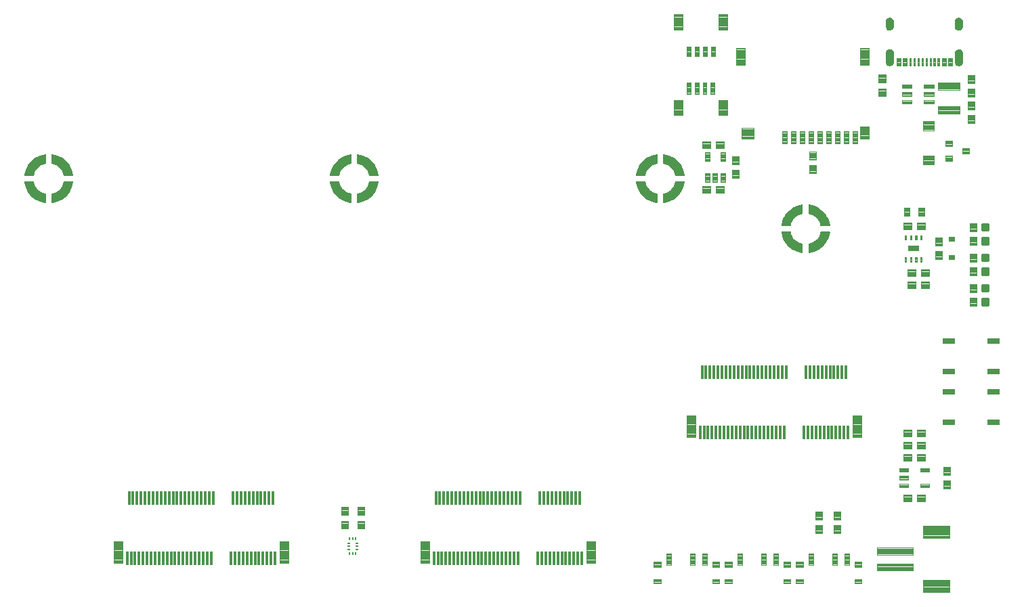
<source format=gtp>
G04 EAGLE Gerber RS-274X export*
G75*
%MOMM*%
%FSLAX34Y34*%
%LPD*%
%INSolderpaste Top*%
%IPPOS*%
%AMOC8*
5,1,8,0,0,1.08239X$1,22.5*%
G01*
%ADD10C,0.102000*%
%ADD11C,0.096000*%
%ADD12R,0.300000X1.750000*%
%ADD13C,0.100000*%
%ADD14C,0.099000*%
%ADD15C,0.300000*%
%ADD16C,0.099059*%
%ADD17R,1.375000X0.800000*%
%ADD18C,0.100800*%
%ADD19C,0.104000*%
%ADD20C,0.101600*%
%ADD21C,0.105000*%
%ADD22C,0.098000*%
%ADD23R,0.400000X0.200000*%
%ADD24R,0.200000X0.400000*%

G36*
X808983Y496307D02*
X808983Y496307D01*
X809028Y496308D01*
X809079Y496330D01*
X809134Y496343D01*
X809170Y496369D01*
X809210Y496387D01*
X809249Y496428D01*
X809294Y496461D01*
X809317Y496499D01*
X809347Y496531D01*
X809367Y496584D01*
X809396Y496632D01*
X809404Y496683D01*
X809417Y496717D01*
X809416Y496751D01*
X809423Y496796D01*
X809423Y507796D01*
X809413Y507849D01*
X809412Y507902D01*
X809393Y507945D01*
X809384Y507991D01*
X809353Y508035D01*
X809332Y508084D01*
X809298Y508116D01*
X809271Y508155D01*
X809226Y508184D01*
X809187Y508220D01*
X809136Y508241D01*
X809104Y508262D01*
X809072Y508267D01*
X809033Y508283D01*
X806298Y508894D01*
X803734Y509922D01*
X801370Y511349D01*
X799266Y513138D01*
X797477Y515242D01*
X796050Y517606D01*
X795022Y520170D01*
X794411Y522905D01*
X794389Y522954D01*
X794377Y523006D01*
X794349Y523044D01*
X794330Y523086D01*
X794291Y523123D01*
X794259Y523166D01*
X794219Y523190D01*
X794185Y523222D01*
X794134Y523240D01*
X794088Y523268D01*
X794034Y523277D01*
X793998Y523290D01*
X793966Y523288D01*
X793924Y523295D01*
X782924Y523295D01*
X782869Y523284D01*
X782813Y523283D01*
X782772Y523264D01*
X782729Y523256D01*
X782683Y523224D01*
X782632Y523201D01*
X782602Y523168D01*
X782565Y523143D01*
X782535Y523096D01*
X782497Y523054D01*
X782482Y523013D01*
X782458Y522976D01*
X782449Y522920D01*
X782430Y522867D01*
X782431Y522815D01*
X782425Y522779D01*
X782433Y522747D01*
X782433Y522742D01*
X782433Y522740D01*
X782433Y522739D01*
X782434Y522701D01*
X783273Y518380D01*
X783285Y518351D01*
X783293Y518309D01*
X784762Y514159D01*
X784778Y514132D01*
X784792Y514092D01*
X786858Y510205D01*
X786878Y510181D01*
X786897Y510143D01*
X789515Y506604D01*
X789539Y506583D01*
X789564Y506548D01*
X792676Y503436D01*
X792691Y503426D01*
X792699Y503415D01*
X792714Y503406D01*
X792732Y503387D01*
X796271Y500769D01*
X796299Y500756D01*
X796333Y500730D01*
X800220Y498664D01*
X800250Y498655D01*
X800287Y498634D01*
X804437Y497165D01*
X804468Y497160D01*
X804508Y497145D01*
X808829Y496306D01*
X808885Y496306D01*
X808941Y496297D01*
X808983Y496307D01*
G37*
G36*
X426427Y496053D02*
X426427Y496053D01*
X426472Y496054D01*
X426523Y496076D01*
X426578Y496089D01*
X426614Y496115D01*
X426654Y496133D01*
X426693Y496174D01*
X426738Y496207D01*
X426761Y496245D01*
X426791Y496277D01*
X426811Y496330D01*
X426840Y496378D01*
X426848Y496429D01*
X426861Y496463D01*
X426860Y496497D01*
X426867Y496542D01*
X426867Y507542D01*
X426857Y507595D01*
X426856Y507648D01*
X426837Y507691D01*
X426828Y507737D01*
X426797Y507781D01*
X426776Y507830D01*
X426742Y507862D01*
X426715Y507901D01*
X426670Y507930D01*
X426631Y507966D01*
X426580Y507987D01*
X426548Y508008D01*
X426516Y508013D01*
X426477Y508029D01*
X423742Y508640D01*
X421178Y509668D01*
X418814Y511095D01*
X416710Y512884D01*
X414921Y514988D01*
X413494Y517352D01*
X412466Y519916D01*
X411855Y522651D01*
X411833Y522700D01*
X411821Y522752D01*
X411793Y522790D01*
X411774Y522832D01*
X411735Y522869D01*
X411703Y522912D01*
X411663Y522936D01*
X411629Y522968D01*
X411578Y522986D01*
X411532Y523014D01*
X411478Y523023D01*
X411442Y523036D01*
X411410Y523034D01*
X411368Y523041D01*
X400368Y523041D01*
X400313Y523030D01*
X400257Y523029D01*
X400216Y523010D01*
X400173Y523002D01*
X400127Y522970D01*
X400076Y522947D01*
X400046Y522914D01*
X400009Y522889D01*
X399979Y522842D01*
X399941Y522800D01*
X399926Y522759D01*
X399902Y522722D01*
X399893Y522666D01*
X399874Y522613D01*
X399875Y522561D01*
X399869Y522525D01*
X399877Y522493D01*
X399877Y522488D01*
X399877Y522486D01*
X399877Y522485D01*
X399878Y522447D01*
X400717Y518126D01*
X400729Y518097D01*
X400737Y518055D01*
X402206Y513905D01*
X402222Y513878D01*
X402236Y513838D01*
X404302Y509951D01*
X404322Y509927D01*
X404341Y509889D01*
X406959Y506350D01*
X406983Y506329D01*
X407008Y506294D01*
X410120Y503182D01*
X410135Y503172D01*
X410143Y503161D01*
X410158Y503152D01*
X410176Y503133D01*
X413715Y500515D01*
X413743Y500502D01*
X413777Y500476D01*
X417664Y498410D01*
X417694Y498401D01*
X417731Y498380D01*
X421881Y496911D01*
X421912Y496906D01*
X421952Y496891D01*
X426273Y496052D01*
X426329Y496052D01*
X426385Y496043D01*
X426427Y496053D01*
G37*
G36*
X44459Y496053D02*
X44459Y496053D01*
X44504Y496054D01*
X44555Y496076D01*
X44610Y496089D01*
X44646Y496115D01*
X44686Y496133D01*
X44725Y496174D01*
X44770Y496207D01*
X44793Y496245D01*
X44823Y496277D01*
X44843Y496330D01*
X44872Y496378D01*
X44880Y496429D01*
X44893Y496463D01*
X44892Y496497D01*
X44899Y496542D01*
X44899Y507542D01*
X44889Y507595D01*
X44888Y507648D01*
X44869Y507691D01*
X44860Y507737D01*
X44829Y507781D01*
X44808Y507830D01*
X44774Y507862D01*
X44747Y507901D01*
X44702Y507930D01*
X44663Y507966D01*
X44612Y507987D01*
X44580Y508008D01*
X44548Y508013D01*
X44509Y508029D01*
X41774Y508640D01*
X39210Y509668D01*
X36846Y511095D01*
X34742Y512884D01*
X32953Y514988D01*
X31526Y517352D01*
X30498Y519916D01*
X29887Y522651D01*
X29865Y522700D01*
X29853Y522752D01*
X29825Y522790D01*
X29806Y522832D01*
X29767Y522869D01*
X29735Y522912D01*
X29695Y522936D01*
X29661Y522968D01*
X29610Y522986D01*
X29564Y523014D01*
X29510Y523023D01*
X29474Y523036D01*
X29442Y523034D01*
X29400Y523041D01*
X18400Y523041D01*
X18345Y523030D01*
X18289Y523029D01*
X18248Y523010D01*
X18205Y523002D01*
X18159Y522970D01*
X18108Y522947D01*
X18078Y522914D01*
X18041Y522889D01*
X18011Y522842D01*
X17973Y522800D01*
X17958Y522759D01*
X17934Y522722D01*
X17925Y522666D01*
X17906Y522613D01*
X17907Y522561D01*
X17901Y522525D01*
X17909Y522493D01*
X17909Y522488D01*
X17909Y522486D01*
X17909Y522485D01*
X17910Y522447D01*
X18749Y518126D01*
X18761Y518097D01*
X18769Y518055D01*
X20238Y513905D01*
X20254Y513878D01*
X20268Y513838D01*
X22334Y509951D01*
X22354Y509927D01*
X22373Y509889D01*
X24991Y506350D01*
X25015Y506329D01*
X25040Y506294D01*
X28152Y503182D01*
X28167Y503172D01*
X28175Y503161D01*
X28190Y503152D01*
X28208Y503133D01*
X31747Y500515D01*
X31775Y500502D01*
X31809Y500476D01*
X35696Y498410D01*
X35726Y498401D01*
X35763Y498380D01*
X39913Y496911D01*
X39944Y496906D01*
X39984Y496891D01*
X44305Y496052D01*
X44361Y496052D01*
X44417Y496043D01*
X44459Y496053D01*
G37*
G36*
X990687Y433369D02*
X990687Y433369D01*
X990732Y433370D01*
X990783Y433392D01*
X990838Y433405D01*
X990874Y433431D01*
X990914Y433449D01*
X990953Y433490D01*
X990998Y433523D01*
X991021Y433561D01*
X991051Y433593D01*
X991071Y433646D01*
X991100Y433694D01*
X991108Y433745D01*
X991121Y433779D01*
X991120Y433813D01*
X991127Y433858D01*
X991127Y444858D01*
X991117Y444911D01*
X991116Y444964D01*
X991097Y445007D01*
X991088Y445053D01*
X991057Y445097D01*
X991036Y445146D01*
X991002Y445178D01*
X990975Y445217D01*
X990930Y445246D01*
X990891Y445282D01*
X990840Y445303D01*
X990808Y445324D01*
X990776Y445329D01*
X990737Y445345D01*
X988002Y445956D01*
X985438Y446984D01*
X983074Y448411D01*
X980970Y450200D01*
X979181Y452304D01*
X977754Y454668D01*
X976726Y457232D01*
X976115Y459967D01*
X976093Y460016D01*
X976081Y460068D01*
X976053Y460106D01*
X976034Y460148D01*
X975995Y460185D01*
X975963Y460228D01*
X975923Y460252D01*
X975889Y460284D01*
X975838Y460302D01*
X975792Y460330D01*
X975738Y460339D01*
X975702Y460352D01*
X975670Y460350D01*
X975628Y460357D01*
X964628Y460357D01*
X964573Y460346D01*
X964517Y460345D01*
X964476Y460326D01*
X964433Y460318D01*
X964387Y460286D01*
X964336Y460263D01*
X964306Y460230D01*
X964269Y460205D01*
X964239Y460158D01*
X964201Y460116D01*
X964186Y460075D01*
X964162Y460038D01*
X964153Y459982D01*
X964134Y459929D01*
X964135Y459877D01*
X964129Y459841D01*
X964137Y459809D01*
X964137Y459804D01*
X964137Y459802D01*
X964137Y459801D01*
X964138Y459763D01*
X964977Y455442D01*
X964989Y455413D01*
X964997Y455371D01*
X966466Y451221D01*
X966482Y451194D01*
X966496Y451154D01*
X968562Y447267D01*
X968582Y447243D01*
X968601Y447205D01*
X971219Y443666D01*
X971243Y443645D01*
X971268Y443610D01*
X974380Y440498D01*
X974395Y440488D01*
X974403Y440477D01*
X974418Y440468D01*
X974436Y440449D01*
X977975Y437831D01*
X978003Y437818D01*
X978037Y437792D01*
X981924Y435726D01*
X981954Y435717D01*
X981991Y435696D01*
X986141Y434227D01*
X986172Y434222D01*
X986212Y434207D01*
X990533Y433368D01*
X990589Y433368D01*
X990645Y433359D01*
X990687Y433369D01*
G37*
G36*
X793977Y530307D02*
X793977Y530307D01*
X794030Y530308D01*
X794073Y530327D01*
X794119Y530336D01*
X794163Y530367D01*
X794212Y530388D01*
X794244Y530422D01*
X794283Y530449D01*
X794312Y530494D01*
X794348Y530533D01*
X794369Y530584D01*
X794390Y530616D01*
X794395Y530648D01*
X794411Y530687D01*
X795022Y533422D01*
X796050Y535986D01*
X797477Y538350D01*
X799266Y540454D01*
X801370Y542243D01*
X803734Y543670D01*
X806298Y544698D01*
X809033Y545309D01*
X809082Y545331D01*
X809134Y545343D01*
X809172Y545371D01*
X809214Y545390D01*
X809251Y545429D01*
X809294Y545461D01*
X809318Y545501D01*
X809350Y545535D01*
X809368Y545586D01*
X809396Y545632D01*
X809405Y545686D01*
X809418Y545722D01*
X809416Y545754D01*
X809423Y545796D01*
X809423Y556796D01*
X809412Y556851D01*
X809411Y556907D01*
X809392Y556948D01*
X809384Y556991D01*
X809352Y557037D01*
X809329Y557089D01*
X809296Y557118D01*
X809271Y557155D01*
X809224Y557185D01*
X809182Y557223D01*
X809141Y557238D01*
X809104Y557262D01*
X809048Y557271D01*
X808995Y557290D01*
X808943Y557289D01*
X808907Y557295D01*
X808875Y557287D01*
X808829Y557286D01*
X804508Y556447D01*
X804479Y556435D01*
X804437Y556427D01*
X800287Y554958D01*
X800260Y554942D01*
X800220Y554928D01*
X796333Y552862D01*
X796309Y552842D01*
X796271Y552823D01*
X792732Y550205D01*
X792711Y550181D01*
X792676Y550156D01*
X789564Y547044D01*
X789546Y547018D01*
X789515Y546988D01*
X786897Y543450D01*
X786884Y543421D01*
X786858Y543387D01*
X784792Y539500D01*
X784785Y539477D01*
X784776Y539463D01*
X784775Y539455D01*
X784762Y539433D01*
X783293Y535283D01*
X783288Y535252D01*
X783273Y535212D01*
X782434Y530891D01*
X782434Y530835D01*
X782425Y530779D01*
X782435Y530737D01*
X782436Y530692D01*
X782458Y530641D01*
X782471Y530586D01*
X782497Y530551D01*
X782515Y530510D01*
X782556Y530471D01*
X782589Y530426D01*
X782627Y530403D01*
X782659Y530373D01*
X782712Y530353D01*
X782760Y530324D01*
X782811Y530316D01*
X782845Y530303D01*
X782879Y530304D01*
X782924Y530297D01*
X793924Y530297D01*
X793977Y530307D01*
G37*
G36*
X411421Y530053D02*
X411421Y530053D01*
X411474Y530054D01*
X411517Y530073D01*
X411563Y530082D01*
X411607Y530113D01*
X411656Y530134D01*
X411688Y530168D01*
X411727Y530195D01*
X411756Y530240D01*
X411792Y530279D01*
X411813Y530330D01*
X411834Y530362D01*
X411839Y530394D01*
X411855Y530433D01*
X412466Y533168D01*
X413494Y535732D01*
X414921Y538096D01*
X416710Y540200D01*
X418814Y541989D01*
X421178Y543416D01*
X423742Y544444D01*
X426477Y545055D01*
X426526Y545077D01*
X426578Y545089D01*
X426616Y545117D01*
X426658Y545136D01*
X426695Y545175D01*
X426738Y545207D01*
X426762Y545247D01*
X426794Y545281D01*
X426812Y545332D01*
X426840Y545378D01*
X426849Y545432D01*
X426862Y545468D01*
X426860Y545500D01*
X426867Y545542D01*
X426867Y556542D01*
X426856Y556597D01*
X426855Y556653D01*
X426836Y556694D01*
X426828Y556737D01*
X426796Y556783D01*
X426773Y556835D01*
X426740Y556864D01*
X426715Y556901D01*
X426668Y556931D01*
X426626Y556969D01*
X426585Y556984D01*
X426548Y557008D01*
X426492Y557017D01*
X426439Y557036D01*
X426387Y557035D01*
X426351Y557041D01*
X426319Y557033D01*
X426273Y557032D01*
X421952Y556193D01*
X421923Y556181D01*
X421881Y556173D01*
X417731Y554704D01*
X417704Y554688D01*
X417664Y554674D01*
X413777Y552608D01*
X413753Y552588D01*
X413715Y552569D01*
X410176Y549951D01*
X410155Y549927D01*
X410120Y549902D01*
X407008Y546790D01*
X406990Y546764D01*
X406959Y546734D01*
X404341Y543196D01*
X404328Y543167D01*
X404302Y543133D01*
X402236Y539246D01*
X402229Y539223D01*
X402220Y539209D01*
X402219Y539201D01*
X402206Y539179D01*
X400737Y535029D01*
X400732Y534998D01*
X400717Y534958D01*
X399878Y530637D01*
X399878Y530581D01*
X399869Y530525D01*
X399879Y530483D01*
X399880Y530438D01*
X399902Y530387D01*
X399915Y530332D01*
X399941Y530297D01*
X399959Y530256D01*
X400000Y530217D01*
X400033Y530172D01*
X400071Y530149D01*
X400103Y530119D01*
X400156Y530099D01*
X400204Y530070D01*
X400255Y530062D01*
X400289Y530049D01*
X400323Y530050D01*
X400368Y530043D01*
X411368Y530043D01*
X411421Y530053D01*
G37*
G36*
X29453Y530053D02*
X29453Y530053D01*
X29506Y530054D01*
X29549Y530073D01*
X29595Y530082D01*
X29639Y530113D01*
X29688Y530134D01*
X29720Y530168D01*
X29759Y530195D01*
X29788Y530240D01*
X29824Y530279D01*
X29845Y530330D01*
X29866Y530362D01*
X29871Y530394D01*
X29887Y530433D01*
X30498Y533168D01*
X31526Y535732D01*
X32953Y538096D01*
X34742Y540200D01*
X36846Y541989D01*
X39210Y543416D01*
X41774Y544444D01*
X44509Y545055D01*
X44558Y545077D01*
X44610Y545089D01*
X44648Y545117D01*
X44690Y545136D01*
X44727Y545175D01*
X44770Y545207D01*
X44794Y545247D01*
X44826Y545281D01*
X44844Y545332D01*
X44872Y545378D01*
X44881Y545432D01*
X44894Y545468D01*
X44892Y545500D01*
X44899Y545542D01*
X44899Y556542D01*
X44888Y556597D01*
X44887Y556653D01*
X44868Y556694D01*
X44860Y556737D01*
X44828Y556783D01*
X44805Y556835D01*
X44772Y556864D01*
X44747Y556901D01*
X44700Y556931D01*
X44658Y556969D01*
X44617Y556984D01*
X44580Y557008D01*
X44524Y557017D01*
X44471Y557036D01*
X44419Y557035D01*
X44383Y557041D01*
X44351Y557033D01*
X44305Y557032D01*
X39984Y556193D01*
X39955Y556181D01*
X39913Y556173D01*
X35763Y554704D01*
X35736Y554688D01*
X35696Y554674D01*
X31809Y552608D01*
X31785Y552588D01*
X31747Y552569D01*
X28208Y549951D01*
X28187Y549927D01*
X28152Y549902D01*
X25040Y546790D01*
X25022Y546764D01*
X24991Y546734D01*
X22373Y543196D01*
X22360Y543167D01*
X22334Y543133D01*
X20268Y539246D01*
X20261Y539223D01*
X20252Y539209D01*
X20251Y539201D01*
X20238Y539179D01*
X18769Y535029D01*
X18764Y534998D01*
X18749Y534958D01*
X17910Y530637D01*
X17910Y530581D01*
X17901Y530525D01*
X17911Y530483D01*
X17912Y530438D01*
X17934Y530387D01*
X17947Y530332D01*
X17973Y530297D01*
X17991Y530256D01*
X18032Y530217D01*
X18065Y530172D01*
X18103Y530149D01*
X18135Y530119D01*
X18188Y530099D01*
X18236Y530070D01*
X18287Y530062D01*
X18321Y530049D01*
X18355Y530050D01*
X18400Y530043D01*
X29400Y530043D01*
X29453Y530053D01*
G37*
G36*
X975681Y467369D02*
X975681Y467369D01*
X975734Y467370D01*
X975777Y467389D01*
X975823Y467398D01*
X975867Y467429D01*
X975916Y467450D01*
X975948Y467484D01*
X975987Y467511D01*
X976016Y467556D01*
X976052Y467595D01*
X976073Y467646D01*
X976094Y467678D01*
X976099Y467710D01*
X976115Y467749D01*
X976726Y470484D01*
X977754Y473048D01*
X979181Y475412D01*
X980970Y477516D01*
X983074Y479305D01*
X985438Y480732D01*
X988002Y481760D01*
X990737Y482371D01*
X990786Y482393D01*
X990838Y482405D01*
X990876Y482433D01*
X990918Y482452D01*
X990955Y482491D01*
X990998Y482523D01*
X991022Y482563D01*
X991054Y482597D01*
X991072Y482648D01*
X991100Y482694D01*
X991109Y482748D01*
X991122Y482784D01*
X991120Y482816D01*
X991127Y482858D01*
X991127Y493858D01*
X991116Y493913D01*
X991115Y493969D01*
X991096Y494010D01*
X991088Y494053D01*
X991056Y494099D01*
X991033Y494151D01*
X991000Y494180D01*
X990975Y494217D01*
X990928Y494247D01*
X990886Y494285D01*
X990845Y494300D01*
X990808Y494324D01*
X990752Y494333D01*
X990699Y494352D01*
X990647Y494351D01*
X990611Y494357D01*
X990579Y494349D01*
X990533Y494348D01*
X986212Y493509D01*
X986183Y493497D01*
X986141Y493489D01*
X981991Y492020D01*
X981964Y492004D01*
X981924Y491990D01*
X978037Y489924D01*
X978013Y489904D01*
X977975Y489885D01*
X974436Y487267D01*
X974415Y487243D01*
X974380Y487218D01*
X971268Y484106D01*
X971250Y484080D01*
X971219Y484050D01*
X968601Y480512D01*
X968588Y480483D01*
X968562Y480449D01*
X966496Y476562D01*
X966489Y476539D01*
X966480Y476525D01*
X966479Y476517D01*
X966466Y476495D01*
X964997Y472345D01*
X964992Y472314D01*
X964977Y472274D01*
X964138Y467953D01*
X964138Y467897D01*
X964129Y467841D01*
X964139Y467799D01*
X964140Y467754D01*
X964162Y467703D01*
X964175Y467648D01*
X964201Y467613D01*
X964219Y467572D01*
X964260Y467533D01*
X964293Y467488D01*
X964331Y467465D01*
X964363Y467435D01*
X964416Y467415D01*
X964464Y467386D01*
X964515Y467378D01*
X964549Y467365D01*
X964583Y467366D01*
X964628Y467359D01*
X975628Y467359D01*
X975681Y467369D01*
G37*
G36*
X842979Y530308D02*
X842979Y530308D01*
X843035Y530309D01*
X843076Y530328D01*
X843119Y530336D01*
X843165Y530368D01*
X843217Y530391D01*
X843246Y530424D01*
X843283Y530449D01*
X843313Y530496D01*
X843351Y530538D01*
X843366Y530579D01*
X843390Y530616D01*
X843399Y530672D01*
X843418Y530725D01*
X843417Y530777D01*
X843423Y530813D01*
X843415Y530845D01*
X843414Y530891D01*
X842575Y535212D01*
X842563Y535241D01*
X842555Y535283D01*
X841086Y539433D01*
X841070Y539460D01*
X841061Y539487D01*
X841059Y539493D01*
X841058Y539495D01*
X841056Y539500D01*
X838990Y543387D01*
X838970Y543411D01*
X838951Y543450D01*
X836333Y546988D01*
X836309Y547009D01*
X836284Y547044D01*
X833172Y550156D01*
X833146Y550174D01*
X833116Y550205D01*
X829578Y552823D01*
X829549Y552836D01*
X829515Y552862D01*
X825628Y554928D01*
X825598Y554937D01*
X825561Y554958D01*
X821411Y556427D01*
X821380Y556432D01*
X821340Y556447D01*
X817019Y557286D01*
X816963Y557286D01*
X816907Y557295D01*
X816865Y557285D01*
X816820Y557284D01*
X816769Y557262D01*
X816714Y557249D01*
X816679Y557223D01*
X816638Y557205D01*
X816599Y557164D01*
X816554Y557131D01*
X816531Y557093D01*
X816501Y557061D01*
X816481Y557008D01*
X816452Y556960D01*
X816444Y556909D01*
X816431Y556875D01*
X816432Y556841D01*
X816425Y556796D01*
X816425Y545796D01*
X816435Y545743D01*
X816436Y545690D01*
X816455Y545647D01*
X816464Y545601D01*
X816495Y545557D01*
X816516Y545508D01*
X816550Y545476D01*
X816577Y545437D01*
X816622Y545408D01*
X816661Y545372D01*
X816712Y545351D01*
X816744Y545330D01*
X816776Y545325D01*
X816815Y545309D01*
X819550Y544698D01*
X822114Y543670D01*
X824478Y542243D01*
X826582Y540454D01*
X828371Y538350D01*
X829798Y535986D01*
X830826Y533422D01*
X831437Y530687D01*
X831459Y530638D01*
X831471Y530586D01*
X831499Y530548D01*
X831518Y530506D01*
X831557Y530469D01*
X831589Y530426D01*
X831629Y530402D01*
X831663Y530370D01*
X831714Y530352D01*
X831760Y530324D01*
X831814Y530315D01*
X831850Y530302D01*
X831882Y530304D01*
X831924Y530297D01*
X842924Y530297D01*
X842979Y530308D01*
G37*
G36*
X460423Y530054D02*
X460423Y530054D01*
X460479Y530055D01*
X460520Y530074D01*
X460563Y530082D01*
X460609Y530114D01*
X460661Y530137D01*
X460690Y530170D01*
X460727Y530195D01*
X460757Y530242D01*
X460795Y530284D01*
X460810Y530325D01*
X460834Y530362D01*
X460843Y530418D01*
X460862Y530471D01*
X460861Y530523D01*
X460867Y530559D01*
X460859Y530591D01*
X460858Y530637D01*
X460019Y534958D01*
X460007Y534987D01*
X459999Y535029D01*
X458530Y539179D01*
X458514Y539206D01*
X458505Y539233D01*
X458503Y539239D01*
X458502Y539241D01*
X458500Y539246D01*
X456434Y543133D01*
X456414Y543157D01*
X456395Y543196D01*
X453777Y546734D01*
X453753Y546755D01*
X453728Y546790D01*
X450616Y549902D01*
X450590Y549920D01*
X450560Y549951D01*
X447022Y552569D01*
X446993Y552582D01*
X446959Y552608D01*
X443072Y554674D01*
X443042Y554683D01*
X443005Y554704D01*
X438855Y556173D01*
X438824Y556178D01*
X438784Y556193D01*
X434463Y557032D01*
X434407Y557032D01*
X434351Y557041D01*
X434309Y557031D01*
X434264Y557030D01*
X434213Y557008D01*
X434158Y556995D01*
X434123Y556969D01*
X434082Y556951D01*
X434043Y556910D01*
X433998Y556877D01*
X433975Y556839D01*
X433945Y556807D01*
X433925Y556754D01*
X433896Y556706D01*
X433888Y556655D01*
X433875Y556621D01*
X433876Y556587D01*
X433869Y556542D01*
X433869Y545542D01*
X433879Y545489D01*
X433880Y545436D01*
X433899Y545393D01*
X433908Y545347D01*
X433939Y545303D01*
X433960Y545254D01*
X433994Y545222D01*
X434021Y545183D01*
X434066Y545154D01*
X434105Y545118D01*
X434156Y545097D01*
X434188Y545076D01*
X434220Y545071D01*
X434259Y545055D01*
X436994Y544444D01*
X439558Y543416D01*
X441922Y541989D01*
X444026Y540200D01*
X445815Y538096D01*
X447242Y535732D01*
X448270Y533168D01*
X448881Y530433D01*
X448903Y530384D01*
X448915Y530332D01*
X448943Y530294D01*
X448962Y530252D01*
X449001Y530215D01*
X449033Y530172D01*
X449073Y530148D01*
X449107Y530116D01*
X449158Y530098D01*
X449204Y530070D01*
X449258Y530061D01*
X449294Y530048D01*
X449326Y530050D01*
X449368Y530043D01*
X460368Y530043D01*
X460423Y530054D01*
G37*
G36*
X78455Y530054D02*
X78455Y530054D01*
X78511Y530055D01*
X78552Y530074D01*
X78595Y530082D01*
X78641Y530114D01*
X78693Y530137D01*
X78722Y530170D01*
X78759Y530195D01*
X78789Y530242D01*
X78827Y530284D01*
X78842Y530325D01*
X78866Y530362D01*
X78875Y530418D01*
X78894Y530471D01*
X78893Y530523D01*
X78899Y530559D01*
X78891Y530591D01*
X78890Y530637D01*
X78051Y534958D01*
X78039Y534987D01*
X78031Y535029D01*
X76562Y539179D01*
X76546Y539206D01*
X76537Y539233D01*
X76535Y539239D01*
X76534Y539241D01*
X76532Y539246D01*
X74466Y543133D01*
X74446Y543157D01*
X74427Y543196D01*
X71809Y546734D01*
X71785Y546755D01*
X71760Y546790D01*
X68648Y549902D01*
X68622Y549920D01*
X68592Y549951D01*
X65054Y552569D01*
X65025Y552582D01*
X64991Y552608D01*
X61104Y554674D01*
X61074Y554683D01*
X61037Y554704D01*
X56887Y556173D01*
X56856Y556178D01*
X56816Y556193D01*
X52495Y557032D01*
X52439Y557032D01*
X52383Y557041D01*
X52341Y557031D01*
X52296Y557030D01*
X52245Y557008D01*
X52190Y556995D01*
X52155Y556969D01*
X52114Y556951D01*
X52075Y556910D01*
X52030Y556877D01*
X52007Y556839D01*
X51977Y556807D01*
X51957Y556754D01*
X51928Y556706D01*
X51920Y556655D01*
X51907Y556621D01*
X51908Y556587D01*
X51901Y556542D01*
X51901Y545542D01*
X51911Y545489D01*
X51912Y545436D01*
X51931Y545393D01*
X51940Y545347D01*
X51971Y545303D01*
X51992Y545254D01*
X52026Y545222D01*
X52053Y545183D01*
X52098Y545154D01*
X52137Y545118D01*
X52188Y545097D01*
X52220Y545076D01*
X52252Y545071D01*
X52291Y545055D01*
X55026Y544444D01*
X57590Y543416D01*
X59954Y541989D01*
X62058Y540200D01*
X63847Y538096D01*
X65274Y535732D01*
X66302Y533168D01*
X66913Y530433D01*
X66935Y530384D01*
X66947Y530332D01*
X66975Y530294D01*
X66994Y530252D01*
X67033Y530215D01*
X67065Y530172D01*
X67105Y530148D01*
X67139Y530116D01*
X67190Y530098D01*
X67236Y530070D01*
X67290Y530061D01*
X67326Y530048D01*
X67358Y530050D01*
X67400Y530043D01*
X78400Y530043D01*
X78455Y530054D01*
G37*
G36*
X1024683Y467370D02*
X1024683Y467370D01*
X1024739Y467371D01*
X1024780Y467390D01*
X1024823Y467398D01*
X1024869Y467430D01*
X1024921Y467453D01*
X1024950Y467486D01*
X1024987Y467511D01*
X1025017Y467558D01*
X1025055Y467600D01*
X1025070Y467641D01*
X1025094Y467678D01*
X1025103Y467734D01*
X1025122Y467787D01*
X1025121Y467839D01*
X1025127Y467875D01*
X1025119Y467907D01*
X1025118Y467953D01*
X1024279Y472274D01*
X1024267Y472303D01*
X1024259Y472345D01*
X1022790Y476495D01*
X1022774Y476522D01*
X1022765Y476549D01*
X1022763Y476555D01*
X1022762Y476557D01*
X1022760Y476562D01*
X1020694Y480449D01*
X1020674Y480473D01*
X1020655Y480512D01*
X1018037Y484050D01*
X1018013Y484071D01*
X1017988Y484106D01*
X1014876Y487218D01*
X1014850Y487236D01*
X1014820Y487267D01*
X1011282Y489885D01*
X1011253Y489898D01*
X1011219Y489924D01*
X1007332Y491990D01*
X1007302Y491999D01*
X1007265Y492020D01*
X1003115Y493489D01*
X1003084Y493494D01*
X1003044Y493509D01*
X998723Y494348D01*
X998667Y494348D01*
X998611Y494357D01*
X998569Y494347D01*
X998524Y494346D01*
X998473Y494324D01*
X998418Y494311D01*
X998383Y494285D01*
X998342Y494267D01*
X998303Y494226D01*
X998258Y494193D01*
X998235Y494155D01*
X998205Y494123D01*
X998185Y494070D01*
X998156Y494022D01*
X998148Y493971D01*
X998135Y493937D01*
X998136Y493903D01*
X998129Y493858D01*
X998129Y482858D01*
X998139Y482805D01*
X998140Y482752D01*
X998159Y482709D01*
X998168Y482663D01*
X998199Y482619D01*
X998220Y482570D01*
X998254Y482538D01*
X998281Y482499D01*
X998326Y482470D01*
X998365Y482434D01*
X998416Y482413D01*
X998448Y482392D01*
X998480Y482387D01*
X998519Y482371D01*
X1001254Y481760D01*
X1003818Y480732D01*
X1006182Y479305D01*
X1008286Y477516D01*
X1010075Y475412D01*
X1011502Y473048D01*
X1012530Y470484D01*
X1013141Y467749D01*
X1013163Y467700D01*
X1013175Y467648D01*
X1013203Y467610D01*
X1013222Y467568D01*
X1013261Y467531D01*
X1013293Y467488D01*
X1013333Y467464D01*
X1013367Y467432D01*
X1013418Y467414D01*
X1013464Y467386D01*
X1013518Y467377D01*
X1013554Y467364D01*
X1013586Y467366D01*
X1013628Y467359D01*
X1024628Y467359D01*
X1024683Y467370D01*
G37*
G36*
X816973Y496305D02*
X816973Y496305D01*
X817019Y496306D01*
X821340Y497145D01*
X821369Y497157D01*
X821411Y497165D01*
X825561Y498634D01*
X825588Y498650D01*
X825628Y498664D01*
X829515Y500730D01*
X829539Y500750D01*
X829578Y500769D01*
X833116Y503387D01*
X833137Y503411D01*
X833172Y503436D01*
X836284Y506548D01*
X836302Y506575D01*
X836333Y506604D01*
X838951Y510143D01*
X838964Y510171D01*
X838990Y510205D01*
X841056Y514092D01*
X841065Y514122D01*
X841086Y514159D01*
X842555Y518309D01*
X842560Y518340D01*
X842575Y518380D01*
X843414Y522701D01*
X843414Y522757D01*
X843423Y522813D01*
X843413Y522855D01*
X843412Y522900D01*
X843390Y522951D01*
X843377Y523006D01*
X843351Y523042D01*
X843333Y523082D01*
X843292Y523121D01*
X843259Y523166D01*
X843221Y523189D01*
X843189Y523219D01*
X843136Y523239D01*
X843088Y523268D01*
X843037Y523276D01*
X843003Y523289D01*
X842969Y523288D01*
X842924Y523295D01*
X831924Y523295D01*
X831871Y523285D01*
X831818Y523284D01*
X831775Y523265D01*
X831729Y523256D01*
X831685Y523225D01*
X831636Y523204D01*
X831604Y523170D01*
X831565Y523143D01*
X831536Y523098D01*
X831500Y523059D01*
X831479Y523008D01*
X831458Y522976D01*
X831453Y522944D01*
X831450Y522938D01*
X831449Y522937D01*
X831449Y522936D01*
X831437Y522905D01*
X830826Y520170D01*
X829798Y517606D01*
X828371Y515242D01*
X826582Y513138D01*
X824478Y511349D01*
X822114Y509922D01*
X819550Y508894D01*
X816815Y508283D01*
X816766Y508261D01*
X816714Y508249D01*
X816676Y508221D01*
X816634Y508202D01*
X816597Y508163D01*
X816554Y508131D01*
X816530Y508091D01*
X816498Y508057D01*
X816480Y508006D01*
X816452Y507960D01*
X816443Y507906D01*
X816430Y507870D01*
X816432Y507838D01*
X816425Y507796D01*
X816425Y496796D01*
X816436Y496741D01*
X816437Y496685D01*
X816456Y496644D01*
X816464Y496601D01*
X816496Y496555D01*
X816519Y496504D01*
X816552Y496474D01*
X816577Y496437D01*
X816624Y496407D01*
X816666Y496369D01*
X816707Y496354D01*
X816744Y496330D01*
X816800Y496321D01*
X816853Y496302D01*
X816905Y496303D01*
X816941Y496297D01*
X816973Y496305D01*
G37*
G36*
X434417Y496051D02*
X434417Y496051D01*
X434463Y496052D01*
X438784Y496891D01*
X438813Y496903D01*
X438855Y496911D01*
X443005Y498380D01*
X443032Y498396D01*
X443072Y498410D01*
X446959Y500476D01*
X446983Y500496D01*
X447022Y500515D01*
X450560Y503133D01*
X450581Y503157D01*
X450616Y503182D01*
X453728Y506294D01*
X453746Y506321D01*
X453777Y506350D01*
X456395Y509889D01*
X456408Y509917D01*
X456434Y509951D01*
X458500Y513838D01*
X458509Y513868D01*
X458530Y513905D01*
X459999Y518055D01*
X460004Y518086D01*
X460019Y518126D01*
X460858Y522447D01*
X460858Y522503D01*
X460867Y522559D01*
X460857Y522601D01*
X460856Y522646D01*
X460834Y522697D01*
X460821Y522752D01*
X460795Y522788D01*
X460777Y522828D01*
X460736Y522867D01*
X460703Y522912D01*
X460665Y522935D01*
X460633Y522965D01*
X460580Y522985D01*
X460532Y523014D01*
X460481Y523022D01*
X460447Y523035D01*
X460413Y523034D01*
X460368Y523041D01*
X449368Y523041D01*
X449315Y523031D01*
X449262Y523030D01*
X449219Y523011D01*
X449173Y523002D01*
X449129Y522971D01*
X449080Y522950D01*
X449048Y522916D01*
X449009Y522889D01*
X448980Y522844D01*
X448944Y522805D01*
X448923Y522754D01*
X448902Y522722D01*
X448897Y522690D01*
X448894Y522684D01*
X448893Y522683D01*
X448893Y522682D01*
X448881Y522651D01*
X448270Y519916D01*
X447242Y517352D01*
X445815Y514988D01*
X444026Y512884D01*
X441922Y511095D01*
X439558Y509668D01*
X436994Y508640D01*
X434259Y508029D01*
X434210Y508007D01*
X434158Y507995D01*
X434120Y507967D01*
X434078Y507948D01*
X434041Y507909D01*
X433998Y507877D01*
X433974Y507837D01*
X433942Y507803D01*
X433924Y507752D01*
X433896Y507706D01*
X433887Y507652D01*
X433874Y507616D01*
X433876Y507584D01*
X433869Y507542D01*
X433869Y496542D01*
X433880Y496487D01*
X433881Y496431D01*
X433900Y496390D01*
X433908Y496347D01*
X433940Y496301D01*
X433963Y496250D01*
X433996Y496220D01*
X434021Y496183D01*
X434068Y496153D01*
X434110Y496115D01*
X434151Y496100D01*
X434188Y496076D01*
X434244Y496067D01*
X434297Y496048D01*
X434349Y496049D01*
X434385Y496043D01*
X434417Y496051D01*
G37*
G36*
X52449Y496051D02*
X52449Y496051D01*
X52495Y496052D01*
X56816Y496891D01*
X56845Y496903D01*
X56887Y496911D01*
X61037Y498380D01*
X61064Y498396D01*
X61104Y498410D01*
X64991Y500476D01*
X65015Y500496D01*
X65054Y500515D01*
X68592Y503133D01*
X68613Y503157D01*
X68648Y503182D01*
X71760Y506294D01*
X71778Y506321D01*
X71809Y506350D01*
X74427Y509889D01*
X74440Y509917D01*
X74466Y509951D01*
X76532Y513838D01*
X76541Y513868D01*
X76562Y513905D01*
X78031Y518055D01*
X78036Y518086D01*
X78051Y518126D01*
X78890Y522447D01*
X78890Y522503D01*
X78899Y522559D01*
X78889Y522601D01*
X78888Y522646D01*
X78866Y522697D01*
X78853Y522752D01*
X78827Y522788D01*
X78809Y522828D01*
X78768Y522867D01*
X78735Y522912D01*
X78697Y522935D01*
X78665Y522965D01*
X78612Y522985D01*
X78564Y523014D01*
X78513Y523022D01*
X78479Y523035D01*
X78445Y523034D01*
X78400Y523041D01*
X67400Y523041D01*
X67347Y523031D01*
X67294Y523030D01*
X67251Y523011D01*
X67205Y523002D01*
X67161Y522971D01*
X67112Y522950D01*
X67080Y522916D01*
X67041Y522889D01*
X67012Y522844D01*
X66976Y522805D01*
X66955Y522754D01*
X66934Y522722D01*
X66929Y522690D01*
X66926Y522684D01*
X66925Y522683D01*
X66925Y522682D01*
X66913Y522651D01*
X66302Y519916D01*
X65274Y517352D01*
X63847Y514988D01*
X62058Y512884D01*
X59954Y511095D01*
X57590Y509668D01*
X55026Y508640D01*
X52291Y508029D01*
X52242Y508007D01*
X52190Y507995D01*
X52152Y507967D01*
X52110Y507948D01*
X52073Y507909D01*
X52030Y507877D01*
X52006Y507837D01*
X51974Y507803D01*
X51956Y507752D01*
X51928Y507706D01*
X51919Y507652D01*
X51906Y507616D01*
X51908Y507584D01*
X51901Y507542D01*
X51901Y496542D01*
X51912Y496487D01*
X51913Y496431D01*
X51932Y496390D01*
X51940Y496347D01*
X51972Y496301D01*
X51995Y496250D01*
X52028Y496220D01*
X52053Y496183D01*
X52100Y496153D01*
X52142Y496115D01*
X52183Y496100D01*
X52220Y496076D01*
X52276Y496067D01*
X52329Y496048D01*
X52381Y496049D01*
X52417Y496043D01*
X52449Y496051D01*
G37*
G36*
X998677Y433367D02*
X998677Y433367D01*
X998723Y433368D01*
X1003044Y434207D01*
X1003073Y434219D01*
X1003115Y434227D01*
X1007265Y435696D01*
X1007292Y435712D01*
X1007332Y435726D01*
X1011219Y437792D01*
X1011243Y437812D01*
X1011282Y437831D01*
X1014820Y440449D01*
X1014841Y440473D01*
X1014876Y440498D01*
X1017988Y443610D01*
X1018006Y443637D01*
X1018037Y443666D01*
X1020655Y447205D01*
X1020668Y447233D01*
X1020694Y447267D01*
X1022760Y451154D01*
X1022769Y451184D01*
X1022790Y451221D01*
X1024259Y455371D01*
X1024264Y455402D01*
X1024279Y455442D01*
X1025118Y459763D01*
X1025118Y459819D01*
X1025127Y459875D01*
X1025117Y459917D01*
X1025116Y459962D01*
X1025094Y460013D01*
X1025081Y460068D01*
X1025055Y460104D01*
X1025037Y460144D01*
X1024996Y460183D01*
X1024963Y460228D01*
X1024925Y460251D01*
X1024893Y460281D01*
X1024840Y460301D01*
X1024792Y460330D01*
X1024741Y460338D01*
X1024707Y460351D01*
X1024673Y460350D01*
X1024628Y460357D01*
X1013628Y460357D01*
X1013575Y460347D01*
X1013522Y460346D01*
X1013479Y460327D01*
X1013433Y460318D01*
X1013389Y460287D01*
X1013340Y460266D01*
X1013308Y460232D01*
X1013269Y460205D01*
X1013240Y460160D01*
X1013204Y460121D01*
X1013183Y460070D01*
X1013162Y460038D01*
X1013157Y460006D01*
X1013154Y460000D01*
X1013153Y459999D01*
X1013153Y459998D01*
X1013141Y459967D01*
X1012530Y457232D01*
X1011502Y454668D01*
X1010075Y452304D01*
X1008286Y450200D01*
X1006182Y448411D01*
X1003818Y446984D01*
X1001254Y445956D01*
X998519Y445345D01*
X998470Y445323D01*
X998418Y445311D01*
X998380Y445283D01*
X998338Y445264D01*
X998301Y445225D01*
X998258Y445193D01*
X998234Y445153D01*
X998202Y445119D01*
X998184Y445068D01*
X998156Y445022D01*
X998147Y444968D01*
X998134Y444932D01*
X998136Y444900D01*
X998129Y444858D01*
X998129Y433858D01*
X998140Y433803D01*
X998141Y433747D01*
X998160Y433706D01*
X998168Y433663D01*
X998200Y433617D01*
X998223Y433566D01*
X998256Y433536D01*
X998281Y433499D01*
X998328Y433469D01*
X998370Y433431D01*
X998411Y433416D01*
X998448Y433392D01*
X998504Y433383D01*
X998557Y433364D01*
X998609Y433365D01*
X998645Y433359D01*
X998677Y433367D01*
G37*
G36*
X1100004Y667491D02*
X1100004Y667491D01*
X1100007Y667487D01*
X1101115Y667657D01*
X1101121Y667663D01*
X1101126Y667660D01*
X1102168Y668072D01*
X1102172Y668079D01*
X1102177Y668077D01*
X1103102Y668711D01*
X1103104Y668719D01*
X1103110Y668718D01*
X1103870Y669542D01*
X1103871Y669550D01*
X1103877Y669550D01*
X1104434Y670522D01*
X1104434Y670526D01*
X1104435Y670527D01*
X1104433Y670529D01*
X1104433Y670530D01*
X1104439Y670532D01*
X1104766Y671604D01*
X1104765Y671609D01*
X1104767Y671610D01*
X1104765Y671613D01*
X1104768Y671615D01*
X1104849Y672732D01*
X1104848Y672735D01*
X1104849Y672736D01*
X1104849Y684736D01*
X1104844Y684743D01*
X1104848Y684747D01*
X1104629Y685691D01*
X1104623Y685697D01*
X1104625Y685702D01*
X1104202Y686574D01*
X1104194Y686577D01*
X1104196Y686583D01*
X1103589Y687339D01*
X1103581Y687341D01*
X1103581Y687347D01*
X1102821Y687948D01*
X1102812Y687948D01*
X1102811Y687954D01*
X1101936Y688372D01*
X1101928Y688370D01*
X1101926Y688375D01*
X1100980Y688588D01*
X1100973Y688584D01*
X1100969Y688589D01*
X1100000Y688585D01*
X1099999Y688585D01*
X1098931Y688566D01*
X1098930Y688566D01*
X1098924Y688562D01*
X1098920Y688565D01*
X1097883Y688309D01*
X1097878Y688302D01*
X1097872Y688305D01*
X1096918Y687824D01*
X1096915Y687817D01*
X1096909Y687818D01*
X1096086Y687137D01*
X1096084Y687129D01*
X1096078Y687129D01*
X1095427Y686282D01*
X1095427Y686274D01*
X1095421Y686273D01*
X1094974Y685302D01*
X1094976Y685294D01*
X1094971Y685292D01*
X1094752Y684246D01*
X1094755Y684239D01*
X1094751Y684236D01*
X1094751Y672236D01*
X1094754Y672231D01*
X1094751Y672228D01*
X1094931Y671133D01*
X1094937Y671127D01*
X1094934Y671122D01*
X1095353Y670094D01*
X1095360Y670090D01*
X1095358Y670085D01*
X1095996Y669176D01*
X1096003Y669174D01*
X1096003Y669168D01*
X1096826Y668424D01*
X1096834Y668423D01*
X1096835Y668417D01*
X1097803Y667875D01*
X1097812Y667876D01*
X1097814Y667870D01*
X1098878Y667557D01*
X1098886Y667560D01*
X1098889Y667555D01*
X1099997Y667487D01*
X1100004Y667491D01*
G37*
G36*
X1186502Y667490D02*
X1186502Y667490D01*
X1186506Y667487D01*
X1187551Y667605D01*
X1187557Y667611D01*
X1187562Y667607D01*
X1188556Y667955D01*
X1188560Y667962D01*
X1188565Y667960D01*
X1189457Y668520D01*
X1189460Y668527D01*
X1189465Y668527D01*
X1190209Y669271D01*
X1190211Y669279D01*
X1190216Y669279D01*
X1190776Y670171D01*
X1190776Y670178D01*
X1190777Y670179D01*
X1190781Y670180D01*
X1191129Y671174D01*
X1191126Y671182D01*
X1191131Y671185D01*
X1191249Y672231D01*
X1191247Y672234D01*
X1191249Y672236D01*
X1191249Y684236D01*
X1191246Y684241D01*
X1191249Y684244D01*
X1191091Y685240D01*
X1191085Y685246D01*
X1191088Y685251D01*
X1190713Y686187D01*
X1190706Y686191D01*
X1190708Y686197D01*
X1190134Y687026D01*
X1190126Y687029D01*
X1190127Y687034D01*
X1189383Y687715D01*
X1189374Y687716D01*
X1189374Y687722D01*
X1188497Y688220D01*
X1188489Y688219D01*
X1188486Y688224D01*
X1187521Y688515D01*
X1187513Y688512D01*
X1187510Y688517D01*
X1186503Y688585D01*
X1186501Y688584D01*
X1186500Y688585D01*
X1185419Y688576D01*
X1185412Y688571D01*
X1185408Y688575D01*
X1184356Y688326D01*
X1184351Y688319D01*
X1184346Y688322D01*
X1183376Y687845D01*
X1183373Y687837D01*
X1183367Y687839D01*
X1182528Y687158D01*
X1182526Y687150D01*
X1182520Y687150D01*
X1181854Y686300D01*
X1181853Y686291D01*
X1181848Y686290D01*
X1181387Y685313D01*
X1181389Y685305D01*
X1181384Y685302D01*
X1181152Y684247D01*
X1181155Y684239D01*
X1181151Y684236D01*
X1181151Y672236D01*
X1181155Y672231D01*
X1181151Y672228D01*
X1181344Y671122D01*
X1181350Y671117D01*
X1181347Y671112D01*
X1181780Y670077D01*
X1181787Y670073D01*
X1181785Y670068D01*
X1182438Y669155D01*
X1182446Y669153D01*
X1182445Y669147D01*
X1183284Y668403D01*
X1183293Y668402D01*
X1183293Y668397D01*
X1184277Y667858D01*
X1184285Y667859D01*
X1184287Y667854D01*
X1185366Y667547D01*
X1185374Y667550D01*
X1185377Y667545D01*
X1186497Y667487D01*
X1186502Y667490D01*
G37*
G36*
X1100004Y711992D02*
X1100004Y711992D01*
X1100009Y711988D01*
X1101146Y712195D01*
X1101152Y712201D01*
X1101157Y712198D01*
X1102219Y712653D01*
X1102223Y712660D01*
X1102229Y712658D01*
X1103164Y713338D01*
X1103166Y713346D01*
X1103172Y713345D01*
X1103932Y714216D01*
X1103932Y714224D01*
X1103938Y714225D01*
X1104485Y715244D01*
X1104484Y715252D01*
X1104489Y715254D01*
X1104495Y715273D01*
X1104508Y715322D01*
X1104522Y715372D01*
X1104535Y715421D01*
X1104549Y715470D01*
X1104562Y715519D01*
X1104563Y715519D01*
X1104562Y715519D01*
X1104576Y715569D01*
X1104590Y715618D01*
X1104603Y715667D01*
X1104617Y715716D01*
X1104630Y715766D01*
X1104644Y715815D01*
X1104657Y715864D01*
X1104671Y715913D01*
X1104685Y715963D01*
X1104698Y716012D01*
X1104712Y716061D01*
X1104796Y716368D01*
X1104793Y716376D01*
X1104798Y716379D01*
X1104849Y717534D01*
X1104848Y717535D01*
X1104849Y717536D01*
X1104849Y723536D01*
X1104845Y723542D01*
X1104848Y723545D01*
X1104636Y724626D01*
X1104630Y724631D01*
X1104633Y724636D01*
X1104186Y725642D01*
X1104179Y725646D01*
X1104181Y725652D01*
X1103521Y726533D01*
X1103513Y726536D01*
X1103513Y726541D01*
X1102674Y727254D01*
X1102666Y727254D01*
X1102665Y727260D01*
X1101688Y727768D01*
X1101680Y727767D01*
X1101678Y727772D01*
X1100613Y728050D01*
X1100605Y728047D01*
X1100602Y728051D01*
X1099502Y728085D01*
X1099496Y728082D01*
X1099493Y728085D01*
X1098418Y727930D01*
X1098412Y727924D01*
X1098407Y727927D01*
X1097393Y727537D01*
X1097389Y727530D01*
X1097383Y727532D01*
X1096481Y726925D01*
X1096479Y726917D01*
X1096473Y726918D01*
X1095729Y726126D01*
X1095728Y726118D01*
X1095722Y726118D01*
X1095173Y725180D01*
X1095174Y725172D01*
X1095168Y725170D01*
X1094841Y724134D01*
X1094844Y724126D01*
X1094839Y724123D01*
X1094751Y723040D01*
X1094753Y723037D01*
X1094751Y723036D01*
X1094751Y717036D01*
X1094754Y717032D01*
X1094751Y717030D01*
X1094901Y715897D01*
X1094907Y715891D01*
X1094904Y715886D01*
X1095302Y714816D01*
X1095309Y714812D01*
X1095307Y714806D01*
X1095934Y713851D01*
X1095942Y713848D01*
X1095941Y713843D01*
X1096764Y713051D01*
X1096772Y713050D01*
X1096773Y713044D01*
X1097752Y712455D01*
X1097760Y712456D01*
X1097762Y712451D01*
X1098847Y712095D01*
X1098855Y712098D01*
X1098858Y712093D01*
X1099995Y711987D01*
X1100004Y711992D01*
G37*
G36*
X1187142Y712093D02*
X1187142Y712093D01*
X1187148Y712098D01*
X1187153Y712095D01*
X1188238Y712451D01*
X1188243Y712458D01*
X1188248Y712455D01*
X1189227Y713044D01*
X1189230Y713052D01*
X1189236Y713051D01*
X1190059Y713843D01*
X1190060Y713851D01*
X1190066Y713851D01*
X1190693Y714806D01*
X1190692Y714814D01*
X1190698Y714816D01*
X1191096Y715886D01*
X1191094Y715894D01*
X1191099Y715897D01*
X1191249Y717030D01*
X1191246Y717034D01*
X1191249Y717036D01*
X1191249Y723036D01*
X1191246Y723040D01*
X1191249Y723042D01*
X1191099Y724175D01*
X1191093Y724181D01*
X1191096Y724186D01*
X1190698Y725256D01*
X1190691Y725260D01*
X1190693Y725266D01*
X1190066Y726221D01*
X1190058Y726224D01*
X1190059Y726229D01*
X1189236Y727021D01*
X1189228Y727022D01*
X1189227Y727028D01*
X1188248Y727617D01*
X1188240Y727616D01*
X1188238Y727621D01*
X1187153Y727977D01*
X1187145Y727975D01*
X1187142Y727979D01*
X1186005Y728085D01*
X1185998Y728081D01*
X1185994Y728085D01*
X1184906Y727940D01*
X1184900Y727934D01*
X1184895Y727937D01*
X1183867Y727554D01*
X1183862Y727547D01*
X1183857Y727549D01*
X1182940Y726946D01*
X1182937Y726938D01*
X1182931Y726939D01*
X1182171Y726147D01*
X1182170Y726139D01*
X1182164Y726138D01*
X1181600Y725197D01*
X1181601Y725189D01*
X1181595Y725187D01*
X1181254Y724144D01*
X1181256Y724136D01*
X1181252Y724133D01*
X1181151Y723041D01*
X1181153Y723038D01*
X1181151Y723036D01*
X1181151Y717036D01*
X1181153Y717033D01*
X1181151Y717032D01*
X1181252Y715939D01*
X1181257Y715933D01*
X1181254Y715928D01*
X1181595Y714885D01*
X1181602Y714880D01*
X1181600Y714875D01*
X1182164Y713934D01*
X1182172Y713931D01*
X1182171Y713925D01*
X1182931Y713133D01*
X1182939Y713132D01*
X1182940Y713126D01*
X1183857Y712524D01*
X1183865Y712524D01*
X1183867Y712519D01*
X1184895Y712135D01*
X1184903Y712137D01*
X1184906Y712132D01*
X1185994Y711987D01*
X1186001Y711991D01*
X1186005Y711987D01*
X1187142Y712093D01*
G37*
D10*
X875890Y647190D02*
X880870Y647190D01*
X880870Y632710D01*
X875890Y632710D01*
X875890Y647190D01*
X875890Y633679D02*
X880870Y633679D01*
X880870Y634648D02*
X875890Y634648D01*
X875890Y635617D02*
X880870Y635617D01*
X880870Y636586D02*
X875890Y636586D01*
X875890Y637555D02*
X880870Y637555D01*
X880870Y638524D02*
X875890Y638524D01*
X875890Y639493D02*
X880870Y639493D01*
X880870Y640462D02*
X875890Y640462D01*
X875890Y641431D02*
X880870Y641431D01*
X880870Y642400D02*
X875890Y642400D01*
X875890Y643369D02*
X880870Y643369D01*
X880870Y644338D02*
X875890Y644338D01*
X875890Y645307D02*
X880870Y645307D01*
X880870Y646276D02*
X875890Y646276D01*
X870870Y647190D02*
X865890Y647190D01*
X870870Y647190D02*
X870870Y632710D01*
X865890Y632710D01*
X865890Y647190D01*
X865890Y633679D02*
X870870Y633679D01*
X870870Y634648D02*
X865890Y634648D01*
X865890Y635617D02*
X870870Y635617D01*
X870870Y636586D02*
X865890Y636586D01*
X865890Y637555D02*
X870870Y637555D01*
X870870Y638524D02*
X865890Y638524D01*
X865890Y639493D02*
X870870Y639493D01*
X870870Y640462D02*
X865890Y640462D01*
X865890Y641431D02*
X870870Y641431D01*
X870870Y642400D02*
X865890Y642400D01*
X865890Y643369D02*
X870870Y643369D01*
X870870Y644338D02*
X865890Y644338D01*
X865890Y645307D02*
X870870Y645307D01*
X870870Y646276D02*
X865890Y646276D01*
X860870Y647190D02*
X855890Y647190D01*
X860870Y647190D02*
X860870Y632710D01*
X855890Y632710D01*
X855890Y647190D01*
X855890Y633679D02*
X860870Y633679D01*
X860870Y634648D02*
X855890Y634648D01*
X855890Y635617D02*
X860870Y635617D01*
X860870Y636586D02*
X855890Y636586D01*
X855890Y637555D02*
X860870Y637555D01*
X860870Y638524D02*
X855890Y638524D01*
X855890Y639493D02*
X860870Y639493D01*
X860870Y640462D02*
X855890Y640462D01*
X855890Y641431D02*
X860870Y641431D01*
X860870Y642400D02*
X855890Y642400D01*
X855890Y643369D02*
X860870Y643369D01*
X860870Y644338D02*
X855890Y644338D01*
X855890Y645307D02*
X860870Y645307D01*
X860870Y646276D02*
X855890Y646276D01*
X850870Y647190D02*
X845890Y647190D01*
X850870Y647190D02*
X850870Y632710D01*
X845890Y632710D01*
X845890Y647190D01*
X845890Y633679D02*
X850870Y633679D01*
X850870Y634648D02*
X845890Y634648D01*
X845890Y635617D02*
X850870Y635617D01*
X850870Y636586D02*
X845890Y636586D01*
X845890Y637555D02*
X850870Y637555D01*
X850870Y638524D02*
X845890Y638524D01*
X845890Y639493D02*
X850870Y639493D01*
X850870Y640462D02*
X845890Y640462D01*
X845890Y641431D02*
X850870Y641431D01*
X850870Y642400D02*
X845890Y642400D01*
X845890Y643369D02*
X850870Y643369D01*
X850870Y644338D02*
X845890Y644338D01*
X845890Y645307D02*
X850870Y645307D01*
X850870Y646276D02*
X845890Y646276D01*
D11*
X885860Y625220D02*
X896900Y625220D01*
X896900Y606180D01*
X885860Y606180D01*
X885860Y625220D01*
X885860Y607092D02*
X896900Y607092D01*
X896900Y608004D02*
X885860Y608004D01*
X885860Y608916D02*
X896900Y608916D01*
X896900Y609828D02*
X885860Y609828D01*
X885860Y610740D02*
X896900Y610740D01*
X896900Y611652D02*
X885860Y611652D01*
X885860Y612564D02*
X896900Y612564D01*
X896900Y613476D02*
X885860Y613476D01*
X885860Y614388D02*
X896900Y614388D01*
X896900Y615300D02*
X885860Y615300D01*
X885860Y616212D02*
X896900Y616212D01*
X896900Y617124D02*
X885860Y617124D01*
X885860Y618036D02*
X896900Y618036D01*
X896900Y618948D02*
X885860Y618948D01*
X885860Y619860D02*
X896900Y619860D01*
X896900Y620772D02*
X885860Y620772D01*
X885860Y621684D02*
X896900Y621684D01*
X896900Y622596D02*
X885860Y622596D01*
X885860Y623508D02*
X896900Y623508D01*
X896900Y624420D02*
X885860Y624420D01*
X840900Y625220D02*
X829860Y625220D01*
X840900Y625220D02*
X840900Y606180D01*
X829860Y606180D01*
X829860Y625220D01*
X829860Y607092D02*
X840900Y607092D01*
X840900Y608004D02*
X829860Y608004D01*
X829860Y608916D02*
X840900Y608916D01*
X840900Y609828D02*
X829860Y609828D01*
X829860Y610740D02*
X840900Y610740D01*
X840900Y611652D02*
X829860Y611652D01*
X829860Y612564D02*
X840900Y612564D01*
X840900Y613476D02*
X829860Y613476D01*
X829860Y614388D02*
X840900Y614388D01*
X840900Y615300D02*
X829860Y615300D01*
X829860Y616212D02*
X840900Y616212D01*
X840900Y617124D02*
X829860Y617124D01*
X829860Y618036D02*
X840900Y618036D01*
X840900Y618948D02*
X829860Y618948D01*
X829860Y619860D02*
X840900Y619860D01*
X840900Y620772D02*
X829860Y620772D01*
X829860Y621684D02*
X840900Y621684D01*
X840900Y622596D02*
X829860Y622596D01*
X829860Y623508D02*
X840900Y623508D01*
X840900Y624420D02*
X829860Y624420D01*
X886080Y732070D02*
X897120Y732070D01*
X897120Y713030D01*
X886080Y713030D01*
X886080Y732070D01*
X886080Y713942D02*
X897120Y713942D01*
X897120Y714854D02*
X886080Y714854D01*
X886080Y715766D02*
X897120Y715766D01*
X897120Y716678D02*
X886080Y716678D01*
X886080Y717590D02*
X897120Y717590D01*
X897120Y718502D02*
X886080Y718502D01*
X886080Y719414D02*
X897120Y719414D01*
X897120Y720326D02*
X886080Y720326D01*
X886080Y721238D02*
X897120Y721238D01*
X897120Y722150D02*
X886080Y722150D01*
X886080Y723062D02*
X897120Y723062D01*
X897120Y723974D02*
X886080Y723974D01*
X886080Y724886D02*
X897120Y724886D01*
X897120Y725798D02*
X886080Y725798D01*
X886080Y726710D02*
X897120Y726710D01*
X897120Y727622D02*
X886080Y727622D01*
X886080Y728534D02*
X897120Y728534D01*
X897120Y729446D02*
X886080Y729446D01*
X886080Y730358D02*
X897120Y730358D01*
X897120Y731270D02*
X886080Y731270D01*
X841120Y732070D02*
X830080Y732070D01*
X841120Y732070D02*
X841120Y713030D01*
X830080Y713030D01*
X830080Y732070D01*
X830080Y713942D02*
X841120Y713942D01*
X841120Y714854D02*
X830080Y714854D01*
X830080Y715766D02*
X841120Y715766D01*
X841120Y716678D02*
X830080Y716678D01*
X830080Y717590D02*
X841120Y717590D01*
X841120Y718502D02*
X830080Y718502D01*
X830080Y719414D02*
X841120Y719414D01*
X841120Y720326D02*
X830080Y720326D01*
X830080Y721238D02*
X841120Y721238D01*
X841120Y722150D02*
X830080Y722150D01*
X830080Y723062D02*
X841120Y723062D01*
X841120Y723974D02*
X830080Y723974D01*
X830080Y724886D02*
X841120Y724886D01*
X841120Y725798D02*
X830080Y725798D01*
X830080Y726710D02*
X841120Y726710D01*
X841120Y727622D02*
X830080Y727622D01*
X830080Y728534D02*
X841120Y728534D01*
X841120Y729446D02*
X830080Y729446D01*
X830080Y730358D02*
X841120Y730358D01*
X841120Y731270D02*
X830080Y731270D01*
D10*
X876110Y692040D02*
X881090Y692040D01*
X881090Y679560D01*
X876110Y679560D01*
X876110Y692040D01*
X876110Y680529D02*
X881090Y680529D01*
X881090Y681498D02*
X876110Y681498D01*
X876110Y682467D02*
X881090Y682467D01*
X881090Y683436D02*
X876110Y683436D01*
X876110Y684405D02*
X881090Y684405D01*
X881090Y685374D02*
X876110Y685374D01*
X876110Y686343D02*
X881090Y686343D01*
X881090Y687312D02*
X876110Y687312D01*
X876110Y688281D02*
X881090Y688281D01*
X881090Y689250D02*
X876110Y689250D01*
X876110Y690219D02*
X881090Y690219D01*
X881090Y691188D02*
X876110Y691188D01*
X871090Y692040D02*
X866110Y692040D01*
X871090Y692040D02*
X871090Y679560D01*
X866110Y679560D01*
X866110Y692040D01*
X866110Y680529D02*
X871090Y680529D01*
X871090Y681498D02*
X866110Y681498D01*
X866110Y682467D02*
X871090Y682467D01*
X871090Y683436D02*
X866110Y683436D01*
X866110Y684405D02*
X871090Y684405D01*
X871090Y685374D02*
X866110Y685374D01*
X866110Y686343D02*
X871090Y686343D01*
X871090Y687312D02*
X866110Y687312D01*
X866110Y688281D02*
X871090Y688281D01*
X871090Y689250D02*
X866110Y689250D01*
X866110Y690219D02*
X871090Y690219D01*
X871090Y691188D02*
X866110Y691188D01*
X861090Y692040D02*
X856110Y692040D01*
X861090Y692040D02*
X861090Y679560D01*
X856110Y679560D01*
X856110Y692040D01*
X856110Y680529D02*
X861090Y680529D01*
X861090Y681498D02*
X856110Y681498D01*
X856110Y682467D02*
X861090Y682467D01*
X861090Y683436D02*
X856110Y683436D01*
X856110Y684405D02*
X861090Y684405D01*
X861090Y685374D02*
X856110Y685374D01*
X856110Y686343D02*
X861090Y686343D01*
X861090Y687312D02*
X856110Y687312D01*
X856110Y688281D02*
X861090Y688281D01*
X861090Y689250D02*
X856110Y689250D01*
X856110Y690219D02*
X861090Y690219D01*
X861090Y691188D02*
X856110Y691188D01*
X851090Y692040D02*
X846110Y692040D01*
X851090Y692040D02*
X851090Y679560D01*
X846110Y679560D01*
X846110Y692040D01*
X846110Y680529D02*
X851090Y680529D01*
X851090Y681498D02*
X846110Y681498D01*
X846110Y682467D02*
X851090Y682467D01*
X851090Y683436D02*
X846110Y683436D01*
X846110Y684405D02*
X851090Y684405D01*
X851090Y685374D02*
X846110Y685374D01*
X846110Y686343D02*
X851090Y686343D01*
X851090Y687312D02*
X846110Y687312D01*
X846110Y688281D02*
X851090Y688281D01*
X851090Y689250D02*
X846110Y689250D01*
X846110Y690219D02*
X851090Y690219D01*
X851090Y691188D02*
X846110Y691188D01*
D11*
X1053020Y229890D02*
X1064060Y229890D01*
X1064060Y203350D01*
X1053020Y203350D01*
X1053020Y229890D01*
X1053020Y204262D02*
X1064060Y204262D01*
X1064060Y205174D02*
X1053020Y205174D01*
X1053020Y206086D02*
X1064060Y206086D01*
X1064060Y206998D02*
X1053020Y206998D01*
X1053020Y207910D02*
X1064060Y207910D01*
X1064060Y208822D02*
X1053020Y208822D01*
X1053020Y209734D02*
X1064060Y209734D01*
X1064060Y210646D02*
X1053020Y210646D01*
X1053020Y211558D02*
X1064060Y211558D01*
X1064060Y212470D02*
X1053020Y212470D01*
X1053020Y213382D02*
X1064060Y213382D01*
X1064060Y214294D02*
X1053020Y214294D01*
X1053020Y215206D02*
X1064060Y215206D01*
X1064060Y216118D02*
X1053020Y216118D01*
X1053020Y217030D02*
X1064060Y217030D01*
X1064060Y217942D02*
X1053020Y217942D01*
X1053020Y218854D02*
X1064060Y218854D01*
X1064060Y219766D02*
X1053020Y219766D01*
X1053020Y220678D02*
X1064060Y220678D01*
X1064060Y221590D02*
X1053020Y221590D01*
X1053020Y222502D02*
X1064060Y222502D01*
X1064060Y223414D02*
X1053020Y223414D01*
X1053020Y224326D02*
X1064060Y224326D01*
X1064060Y225238D02*
X1053020Y225238D01*
X1053020Y226150D02*
X1064060Y226150D01*
X1064060Y227062D02*
X1053020Y227062D01*
X1053020Y227974D02*
X1064060Y227974D01*
X1064060Y228886D02*
X1053020Y228886D01*
X1053020Y229798D02*
X1064060Y229798D01*
X857060Y229890D02*
X846020Y229890D01*
X857060Y229890D02*
X857060Y203350D01*
X846020Y203350D01*
X846020Y229890D01*
X846020Y204262D02*
X857060Y204262D01*
X857060Y205174D02*
X846020Y205174D01*
X846020Y206086D02*
X857060Y206086D01*
X857060Y206998D02*
X846020Y206998D01*
X846020Y207910D02*
X857060Y207910D01*
X857060Y208822D02*
X846020Y208822D01*
X846020Y209734D02*
X857060Y209734D01*
X857060Y210646D02*
X846020Y210646D01*
X846020Y211558D02*
X857060Y211558D01*
X857060Y212470D02*
X846020Y212470D01*
X846020Y213382D02*
X857060Y213382D01*
X857060Y214294D02*
X846020Y214294D01*
X846020Y215206D02*
X857060Y215206D01*
X857060Y216118D02*
X846020Y216118D01*
X846020Y217030D02*
X857060Y217030D01*
X857060Y217942D02*
X846020Y217942D01*
X846020Y218854D02*
X857060Y218854D01*
X857060Y219766D02*
X846020Y219766D01*
X846020Y220678D02*
X857060Y220678D01*
X857060Y221590D02*
X846020Y221590D01*
X846020Y222502D02*
X857060Y222502D01*
X857060Y223414D02*
X846020Y223414D01*
X846020Y224326D02*
X857060Y224326D01*
X857060Y225238D02*
X846020Y225238D01*
X846020Y226150D02*
X857060Y226150D01*
X857060Y227062D02*
X846020Y227062D01*
X846020Y227974D02*
X857060Y227974D01*
X857060Y228886D02*
X846020Y228886D01*
X846020Y229798D02*
X857060Y229798D01*
D12*
X865040Y284370D03*
X875040Y284370D03*
X880040Y284370D03*
X870040Y284370D03*
X885040Y284370D03*
X895040Y284370D03*
X900040Y284370D03*
X890040Y284370D03*
X905040Y284370D03*
X915040Y284370D03*
X920040Y284370D03*
X910040Y284370D03*
X925040Y284370D03*
X935040Y284370D03*
X940040Y284370D03*
X930040Y284370D03*
X945040Y284370D03*
X955040Y284370D03*
X960040Y284370D03*
X950040Y284370D03*
X965040Y284370D03*
X970040Y284370D03*
X995040Y284370D03*
X1000040Y284370D03*
X1005040Y284370D03*
X1015040Y284370D03*
X1020040Y284370D03*
X1010040Y284370D03*
X1025040Y284370D03*
X1035040Y284370D03*
X1040040Y284370D03*
X1030040Y284370D03*
X1045040Y284370D03*
X862540Y208870D03*
X872540Y208870D03*
X877540Y208870D03*
X867540Y208870D03*
X882540Y208870D03*
X892540Y208870D03*
X897540Y208870D03*
X887540Y208870D03*
X902540Y208870D03*
X912540Y208870D03*
X917540Y208870D03*
X907540Y208870D03*
X922540Y208870D03*
X932540Y208870D03*
X937540Y208870D03*
X927540Y208870D03*
X942540Y208870D03*
X952540Y208870D03*
X957540Y208870D03*
X947540Y208870D03*
X962540Y208870D03*
X967540Y208870D03*
X992540Y208870D03*
X997540Y208870D03*
X1002540Y208870D03*
X1012540Y208870D03*
X1017540Y208870D03*
X1007540Y208870D03*
X1022540Y208870D03*
X1032540Y208870D03*
X1037540Y208870D03*
X1027540Y208870D03*
X1042540Y208870D03*
X1047540Y208870D03*
D13*
X1083500Y65300D02*
X1083500Y56300D01*
X1083500Y65300D02*
X1128500Y65300D01*
X1128500Y56300D01*
X1083500Y56300D01*
X1083500Y57250D02*
X1128500Y57250D01*
X1128500Y58200D02*
X1083500Y58200D01*
X1083500Y59150D02*
X1128500Y59150D01*
X1128500Y60100D02*
X1083500Y60100D01*
X1083500Y61050D02*
X1128500Y61050D01*
X1128500Y62000D02*
X1083500Y62000D01*
X1083500Y62950D02*
X1128500Y62950D01*
X1128500Y63900D02*
X1083500Y63900D01*
X1083500Y64850D02*
X1128500Y64850D01*
X1083500Y45300D02*
X1083500Y36300D01*
X1083500Y45300D02*
X1128500Y45300D01*
X1128500Y36300D01*
X1083500Y36300D01*
X1083500Y37250D02*
X1128500Y37250D01*
X1128500Y38200D02*
X1083500Y38200D01*
X1083500Y39150D02*
X1128500Y39150D01*
X1128500Y40100D02*
X1083500Y40100D01*
X1083500Y41050D02*
X1128500Y41050D01*
X1128500Y42000D02*
X1083500Y42000D01*
X1083500Y42950D02*
X1128500Y42950D01*
X1128500Y43900D02*
X1083500Y43900D01*
X1083500Y44850D02*
X1128500Y44850D01*
D11*
X1141480Y77280D02*
X1174520Y77280D01*
X1141480Y77280D02*
X1141480Y92320D01*
X1174520Y92320D01*
X1174520Y77280D01*
X1174520Y78192D02*
X1141480Y78192D01*
X1141480Y79104D02*
X1174520Y79104D01*
X1174520Y80016D02*
X1141480Y80016D01*
X1141480Y80928D02*
X1174520Y80928D01*
X1174520Y81840D02*
X1141480Y81840D01*
X1141480Y82752D02*
X1174520Y82752D01*
X1174520Y83664D02*
X1141480Y83664D01*
X1141480Y84576D02*
X1174520Y84576D01*
X1174520Y85488D02*
X1141480Y85488D01*
X1141480Y86400D02*
X1174520Y86400D01*
X1174520Y87312D02*
X1141480Y87312D01*
X1141480Y88224D02*
X1174520Y88224D01*
X1174520Y89136D02*
X1141480Y89136D01*
X1141480Y90048D02*
X1174520Y90048D01*
X1174520Y90960D02*
X1141480Y90960D01*
X1141480Y91872D02*
X1174520Y91872D01*
X1174520Y9280D02*
X1141480Y9280D01*
X1141480Y24320D01*
X1174520Y24320D01*
X1174520Y9280D01*
X1174520Y10192D02*
X1141480Y10192D01*
X1141480Y11104D02*
X1174520Y11104D01*
X1174520Y12016D02*
X1141480Y12016D01*
X1141480Y12928D02*
X1174520Y12928D01*
X1174520Y13840D02*
X1141480Y13840D01*
X1141480Y14752D02*
X1174520Y14752D01*
X1174520Y15664D02*
X1141480Y15664D01*
X1141480Y16576D02*
X1174520Y16576D01*
X1174520Y17488D02*
X1141480Y17488D01*
X1141480Y18400D02*
X1174520Y18400D01*
X1174520Y19312D02*
X1141480Y19312D01*
X1141480Y20224D02*
X1174520Y20224D01*
X1174520Y21136D02*
X1141480Y21136D01*
X1141480Y22048D02*
X1174520Y22048D01*
X1174520Y22960D02*
X1141480Y22960D01*
X1141480Y23872D02*
X1174520Y23872D01*
D14*
X1111794Y159645D02*
X1111794Y164155D01*
X1122804Y164155D01*
X1122804Y159645D01*
X1111794Y159645D01*
X1111794Y160585D02*
X1122804Y160585D01*
X1122804Y161525D02*
X1111794Y161525D01*
X1111794Y162465D02*
X1122804Y162465D01*
X1122804Y163405D02*
X1111794Y163405D01*
X1111794Y154655D02*
X1111794Y150145D01*
X1111794Y154655D02*
X1122804Y154655D01*
X1122804Y150145D01*
X1111794Y150145D01*
X1111794Y151085D02*
X1122804Y151085D01*
X1122804Y152025D02*
X1111794Y152025D01*
X1111794Y152965D02*
X1122804Y152965D01*
X1122804Y153905D02*
X1111794Y153905D01*
X1111794Y145155D02*
X1111794Y140645D01*
X1111794Y145155D02*
X1122804Y145155D01*
X1122804Y140645D01*
X1111794Y140645D01*
X1111794Y141585D02*
X1122804Y141585D01*
X1122804Y142525D02*
X1111794Y142525D01*
X1111794Y143465D02*
X1122804Y143465D01*
X1122804Y144405D02*
X1111794Y144405D01*
X1137796Y145155D02*
X1137796Y140645D01*
X1137796Y145155D02*
X1148806Y145155D01*
X1148806Y140645D01*
X1137796Y140645D01*
X1137796Y141585D02*
X1148806Y141585D01*
X1148806Y142525D02*
X1137796Y142525D01*
X1137796Y143465D02*
X1148806Y143465D01*
X1148806Y144405D02*
X1137796Y144405D01*
X1137796Y159645D02*
X1137796Y164155D01*
X1148806Y164155D01*
X1148806Y159645D01*
X1137796Y159645D01*
X1137796Y160585D02*
X1148806Y160585D01*
X1148806Y161525D02*
X1137796Y161525D01*
X1137796Y162465D02*
X1148806Y162465D01*
X1148806Y163405D02*
X1137796Y163405D01*
D13*
X1208460Y367500D02*
X1208460Y377500D01*
X1208460Y367500D02*
X1199460Y367500D01*
X1199460Y377500D01*
X1208460Y377500D01*
X1208460Y368450D02*
X1199460Y368450D01*
X1199460Y369400D02*
X1208460Y369400D01*
X1208460Y370350D02*
X1199460Y370350D01*
X1199460Y371300D02*
X1208460Y371300D01*
X1208460Y372250D02*
X1199460Y372250D01*
X1199460Y373200D02*
X1208460Y373200D01*
X1208460Y374150D02*
X1199460Y374150D01*
X1199460Y375100D02*
X1208460Y375100D01*
X1208460Y376050D02*
X1199460Y376050D01*
X1199460Y377000D02*
X1208460Y377000D01*
X1208460Y384500D02*
X1208460Y394500D01*
X1208460Y384500D02*
X1199460Y384500D01*
X1199460Y394500D01*
X1208460Y394500D01*
X1208460Y385450D02*
X1199460Y385450D01*
X1199460Y386400D02*
X1208460Y386400D01*
X1208460Y387350D02*
X1199460Y387350D01*
X1199460Y388300D02*
X1208460Y388300D01*
X1208460Y389250D02*
X1199460Y389250D01*
X1199460Y390200D02*
X1208460Y390200D01*
X1208460Y391150D02*
X1199460Y391150D01*
X1199460Y392100D02*
X1208460Y392100D01*
X1208460Y393050D02*
X1199460Y393050D01*
X1199460Y394000D02*
X1208460Y394000D01*
D15*
X1215700Y386270D02*
X1222700Y386270D01*
X1215700Y386270D02*
X1215700Y393270D01*
X1222700Y393270D01*
X1222700Y386270D01*
X1222700Y389120D02*
X1215700Y389120D01*
X1215700Y391970D02*
X1222700Y391970D01*
X1222700Y368730D02*
X1215700Y368730D01*
X1215700Y375730D01*
X1222700Y375730D01*
X1222700Y368730D01*
X1222700Y371580D02*
X1215700Y371580D01*
X1215700Y374430D02*
X1222700Y374430D01*
D13*
X1175440Y148900D02*
X1175440Y138900D01*
X1166440Y138900D01*
X1166440Y148900D01*
X1175440Y148900D01*
X1175440Y139850D02*
X1166440Y139850D01*
X1166440Y140800D02*
X1175440Y140800D01*
X1175440Y141750D02*
X1166440Y141750D01*
X1166440Y142700D02*
X1175440Y142700D01*
X1175440Y143650D02*
X1166440Y143650D01*
X1166440Y144600D02*
X1175440Y144600D01*
X1175440Y145550D02*
X1166440Y145550D01*
X1166440Y146500D02*
X1175440Y146500D01*
X1175440Y147450D02*
X1166440Y147450D01*
X1166440Y148400D02*
X1175440Y148400D01*
X1175440Y155900D02*
X1175440Y165900D01*
X1175440Y155900D02*
X1166440Y155900D01*
X1166440Y165900D01*
X1175440Y165900D01*
X1175440Y156850D02*
X1166440Y156850D01*
X1166440Y157800D02*
X1175440Y157800D01*
X1175440Y158750D02*
X1166440Y158750D01*
X1166440Y159700D02*
X1175440Y159700D01*
X1175440Y160650D02*
X1166440Y160650D01*
X1166440Y161600D02*
X1175440Y161600D01*
X1175440Y162550D02*
X1166440Y162550D01*
X1166440Y163500D02*
X1175440Y163500D01*
X1175440Y164450D02*
X1166440Y164450D01*
X1166440Y165400D02*
X1175440Y165400D01*
X1126800Y122500D02*
X1116800Y122500D01*
X1116800Y131500D01*
X1126800Y131500D01*
X1126800Y122500D01*
X1126800Y123450D02*
X1116800Y123450D01*
X1116800Y124400D02*
X1126800Y124400D01*
X1126800Y125350D02*
X1116800Y125350D01*
X1116800Y126300D02*
X1126800Y126300D01*
X1126800Y127250D02*
X1116800Y127250D01*
X1116800Y128200D02*
X1126800Y128200D01*
X1126800Y129150D02*
X1116800Y129150D01*
X1116800Y130100D02*
X1126800Y130100D01*
X1126800Y131050D02*
X1116800Y131050D01*
X1133800Y122500D02*
X1143800Y122500D01*
X1133800Y122500D02*
X1133800Y131500D01*
X1143800Y131500D01*
X1143800Y122500D01*
X1143800Y123450D02*
X1133800Y123450D01*
X1133800Y124400D02*
X1143800Y124400D01*
X1143800Y125350D02*
X1133800Y125350D01*
X1133800Y126300D02*
X1143800Y126300D01*
X1143800Y127250D02*
X1133800Y127250D01*
X1133800Y128200D02*
X1143800Y128200D01*
X1143800Y129150D02*
X1133800Y129150D01*
X1133800Y130100D02*
X1143800Y130100D01*
X1143800Y131050D02*
X1133800Y131050D01*
D10*
X1134510Y676926D02*
X1136490Y676926D01*
X1136490Y667946D01*
X1134510Y667946D01*
X1134510Y676926D01*
X1134510Y668915D02*
X1136490Y668915D01*
X1136490Y669884D02*
X1134510Y669884D01*
X1134510Y670853D02*
X1136490Y670853D01*
X1136490Y671822D02*
X1134510Y671822D01*
X1134510Y672791D02*
X1136490Y672791D01*
X1136490Y673760D02*
X1134510Y673760D01*
X1134510Y674729D02*
X1136490Y674729D01*
X1136490Y675698D02*
X1134510Y675698D01*
X1134510Y676667D02*
X1136490Y676667D01*
X1139510Y676926D02*
X1141490Y676926D01*
X1141490Y667946D01*
X1139510Y667946D01*
X1139510Y676926D01*
X1139510Y668915D02*
X1141490Y668915D01*
X1141490Y669884D02*
X1139510Y669884D01*
X1139510Y670853D02*
X1141490Y670853D01*
X1141490Y671822D02*
X1139510Y671822D01*
X1139510Y672791D02*
X1141490Y672791D01*
X1141490Y673760D02*
X1139510Y673760D01*
X1139510Y674729D02*
X1141490Y674729D01*
X1141490Y675698D02*
X1139510Y675698D01*
X1139510Y676667D02*
X1141490Y676667D01*
X1113240Y676926D02*
X1108260Y676926D01*
X1113240Y676926D02*
X1113240Y667946D01*
X1108260Y667946D01*
X1108260Y676926D01*
X1108260Y668915D02*
X1113240Y668915D01*
X1113240Y669884D02*
X1108260Y669884D01*
X1108260Y670853D02*
X1113240Y670853D01*
X1113240Y671822D02*
X1108260Y671822D01*
X1108260Y672791D02*
X1113240Y672791D01*
X1113240Y673760D02*
X1108260Y673760D01*
X1108260Y674729D02*
X1113240Y674729D01*
X1113240Y675698D02*
X1108260Y675698D01*
X1108260Y676667D02*
X1113240Y676667D01*
X1116010Y676926D02*
X1120990Y676926D01*
X1120990Y667946D01*
X1116010Y667946D01*
X1116010Y676926D01*
X1116010Y668915D02*
X1120990Y668915D01*
X1120990Y669884D02*
X1116010Y669884D01*
X1116010Y670853D02*
X1120990Y670853D01*
X1120990Y671822D02*
X1116010Y671822D01*
X1116010Y672791D02*
X1120990Y672791D01*
X1120990Y673760D02*
X1116010Y673760D01*
X1116010Y674729D02*
X1120990Y674729D01*
X1120990Y675698D02*
X1116010Y675698D01*
X1116010Y676667D02*
X1120990Y676667D01*
X1124510Y676926D02*
X1126490Y676926D01*
X1126490Y667946D01*
X1124510Y667946D01*
X1124510Y676926D01*
X1124510Y668915D02*
X1126490Y668915D01*
X1126490Y669884D02*
X1124510Y669884D01*
X1124510Y670853D02*
X1126490Y670853D01*
X1126490Y671822D02*
X1124510Y671822D01*
X1124510Y672791D02*
X1126490Y672791D01*
X1126490Y673760D02*
X1124510Y673760D01*
X1124510Y674729D02*
X1126490Y674729D01*
X1126490Y675698D02*
X1124510Y675698D01*
X1124510Y676667D02*
X1126490Y676667D01*
X1129510Y676926D02*
X1131490Y676926D01*
X1131490Y667946D01*
X1129510Y667946D01*
X1129510Y676926D01*
X1129510Y668915D02*
X1131490Y668915D01*
X1131490Y669884D02*
X1129510Y669884D01*
X1129510Y670853D02*
X1131490Y670853D01*
X1131490Y671822D02*
X1129510Y671822D01*
X1129510Y672791D02*
X1131490Y672791D01*
X1131490Y673760D02*
X1129510Y673760D01*
X1129510Y674729D02*
X1131490Y674729D01*
X1131490Y675698D02*
X1129510Y675698D01*
X1129510Y676667D02*
X1131490Y676667D01*
X1149510Y667946D02*
X1151490Y667946D01*
X1149510Y667946D02*
X1149510Y676926D01*
X1151490Y676926D01*
X1151490Y667946D01*
X1151490Y668915D02*
X1149510Y668915D01*
X1149510Y669884D02*
X1151490Y669884D01*
X1151490Y670853D02*
X1149510Y670853D01*
X1149510Y671822D02*
X1151490Y671822D01*
X1151490Y672791D02*
X1149510Y672791D01*
X1149510Y673760D02*
X1151490Y673760D01*
X1151490Y674729D02*
X1149510Y674729D01*
X1149510Y675698D02*
X1151490Y675698D01*
X1151490Y676667D02*
X1149510Y676667D01*
X1146490Y667946D02*
X1144510Y667946D01*
X1144510Y676926D01*
X1146490Y676926D01*
X1146490Y667946D01*
X1146490Y668915D02*
X1144510Y668915D01*
X1144510Y669884D02*
X1146490Y669884D01*
X1146490Y670853D02*
X1144510Y670853D01*
X1144510Y671822D02*
X1146490Y671822D01*
X1146490Y672791D02*
X1144510Y672791D01*
X1144510Y673760D02*
X1146490Y673760D01*
X1146490Y674729D02*
X1144510Y674729D01*
X1144510Y675698D02*
X1146490Y675698D01*
X1146490Y676667D02*
X1144510Y676667D01*
X1172760Y667946D02*
X1177740Y667946D01*
X1172760Y667946D02*
X1172760Y676926D01*
X1177740Y676926D01*
X1177740Y667946D01*
X1177740Y668915D02*
X1172760Y668915D01*
X1172760Y669884D02*
X1177740Y669884D01*
X1177740Y670853D02*
X1172760Y670853D01*
X1172760Y671822D02*
X1177740Y671822D01*
X1177740Y672791D02*
X1172760Y672791D01*
X1172760Y673760D02*
X1177740Y673760D01*
X1177740Y674729D02*
X1172760Y674729D01*
X1172760Y675698D02*
X1177740Y675698D01*
X1177740Y676667D02*
X1172760Y676667D01*
X1169990Y667946D02*
X1165010Y667946D01*
X1165010Y676926D01*
X1169990Y676926D01*
X1169990Y667946D01*
X1169990Y668915D02*
X1165010Y668915D01*
X1165010Y669884D02*
X1169990Y669884D01*
X1169990Y670853D02*
X1165010Y670853D01*
X1165010Y671822D02*
X1169990Y671822D01*
X1169990Y672791D02*
X1165010Y672791D01*
X1165010Y673760D02*
X1169990Y673760D01*
X1169990Y674729D02*
X1165010Y674729D01*
X1165010Y675698D02*
X1169990Y675698D01*
X1169990Y676667D02*
X1165010Y676667D01*
X1161490Y667946D02*
X1159510Y667946D01*
X1159510Y676926D01*
X1161490Y676926D01*
X1161490Y667946D01*
X1161490Y668915D02*
X1159510Y668915D01*
X1159510Y669884D02*
X1161490Y669884D01*
X1161490Y670853D02*
X1159510Y670853D01*
X1159510Y671822D02*
X1161490Y671822D01*
X1161490Y672791D02*
X1159510Y672791D01*
X1159510Y673760D02*
X1161490Y673760D01*
X1161490Y674729D02*
X1159510Y674729D01*
X1159510Y675698D02*
X1161490Y675698D01*
X1161490Y676667D02*
X1159510Y676667D01*
X1156490Y667946D02*
X1154510Y667946D01*
X1154510Y676926D01*
X1156490Y676926D01*
X1156490Y667946D01*
X1156490Y668915D02*
X1154510Y668915D01*
X1154510Y669884D02*
X1156490Y669884D01*
X1156490Y670853D02*
X1154510Y670853D01*
X1154510Y671822D02*
X1156490Y671822D01*
X1156490Y672791D02*
X1154510Y672791D01*
X1154510Y673760D02*
X1156490Y673760D01*
X1156490Y674729D02*
X1154510Y674729D01*
X1154510Y675698D02*
X1156490Y675698D01*
X1156490Y676667D02*
X1154510Y676667D01*
D13*
X1205920Y639120D02*
X1205920Y629120D01*
X1196920Y629120D01*
X1196920Y639120D01*
X1205920Y639120D01*
X1205920Y630070D02*
X1196920Y630070D01*
X1196920Y631020D02*
X1205920Y631020D01*
X1205920Y631970D02*
X1196920Y631970D01*
X1196920Y632920D02*
X1205920Y632920D01*
X1205920Y633870D02*
X1196920Y633870D01*
X1196920Y634820D02*
X1205920Y634820D01*
X1205920Y635770D02*
X1196920Y635770D01*
X1196920Y636720D02*
X1205920Y636720D01*
X1205920Y637670D02*
X1196920Y637670D01*
X1196920Y638620D02*
X1205920Y638620D01*
X1205920Y646120D02*
X1205920Y656120D01*
X1205920Y646120D02*
X1196920Y646120D01*
X1196920Y656120D01*
X1205920Y656120D01*
X1205920Y647070D02*
X1196920Y647070D01*
X1196920Y648020D02*
X1205920Y648020D01*
X1205920Y648970D02*
X1196920Y648970D01*
X1196920Y649920D02*
X1205920Y649920D01*
X1205920Y650870D02*
X1196920Y650870D01*
X1196920Y651820D02*
X1205920Y651820D01*
X1205920Y652770D02*
X1196920Y652770D01*
X1196920Y653720D02*
X1205920Y653720D01*
X1205920Y654670D02*
X1196920Y654670D01*
X1196920Y655620D02*
X1205920Y655620D01*
X1094668Y639628D02*
X1094668Y629628D01*
X1085668Y629628D01*
X1085668Y639628D01*
X1094668Y639628D01*
X1094668Y630578D02*
X1085668Y630578D01*
X1085668Y631528D02*
X1094668Y631528D01*
X1094668Y632478D02*
X1085668Y632478D01*
X1085668Y633428D02*
X1094668Y633428D01*
X1094668Y634378D02*
X1085668Y634378D01*
X1085668Y635328D02*
X1094668Y635328D01*
X1094668Y636278D02*
X1085668Y636278D01*
X1085668Y637228D02*
X1094668Y637228D01*
X1094668Y638178D02*
X1085668Y638178D01*
X1085668Y639128D02*
X1094668Y639128D01*
X1094668Y646628D02*
X1094668Y656628D01*
X1094668Y646628D02*
X1085668Y646628D01*
X1085668Y656628D01*
X1094668Y656628D01*
X1094668Y647578D02*
X1085668Y647578D01*
X1085668Y648528D02*
X1094668Y648528D01*
X1094668Y649478D02*
X1085668Y649478D01*
X1085668Y650428D02*
X1094668Y650428D01*
X1094668Y651378D02*
X1085668Y651378D01*
X1085668Y652328D02*
X1094668Y652328D01*
X1094668Y653278D02*
X1085668Y653278D01*
X1085668Y654228D02*
X1094668Y654228D01*
X1094668Y655178D02*
X1085668Y655178D01*
X1085668Y656128D02*
X1094668Y656128D01*
D16*
X1180605Y263665D02*
X1180605Y257035D01*
X1166355Y257035D01*
X1166355Y263665D01*
X1180605Y263665D01*
X1180605Y257976D02*
X1166355Y257976D01*
X1166355Y258917D02*
X1180605Y258917D01*
X1180605Y259858D02*
X1166355Y259858D01*
X1166355Y260799D02*
X1180605Y260799D01*
X1180605Y261740D02*
X1166355Y261740D01*
X1166355Y262681D02*
X1180605Y262681D01*
X1180605Y263622D02*
X1166355Y263622D01*
X1236485Y263665D02*
X1236485Y257035D01*
X1222235Y257035D01*
X1222235Y263665D01*
X1236485Y263665D01*
X1236485Y257976D02*
X1222235Y257976D01*
X1222235Y258917D02*
X1236485Y258917D01*
X1236485Y259858D02*
X1222235Y259858D01*
X1222235Y260799D02*
X1236485Y260799D01*
X1236485Y261740D02*
X1222235Y261740D01*
X1222235Y262681D02*
X1236485Y262681D01*
X1236485Y263622D02*
X1222235Y263622D01*
X1180605Y225565D02*
X1180605Y218935D01*
X1166355Y218935D01*
X1166355Y225565D01*
X1180605Y225565D01*
X1180605Y219876D02*
X1166355Y219876D01*
X1166355Y220817D02*
X1180605Y220817D01*
X1180605Y221758D02*
X1166355Y221758D01*
X1166355Y222699D02*
X1180605Y222699D01*
X1180605Y223640D02*
X1166355Y223640D01*
X1166355Y224581D02*
X1180605Y224581D01*
X1180605Y225522D02*
X1166355Y225522D01*
X1236485Y225565D02*
X1236485Y218935D01*
X1222235Y218935D01*
X1222235Y225565D01*
X1236485Y225565D01*
X1236485Y219876D02*
X1222235Y219876D01*
X1222235Y220817D02*
X1236485Y220817D01*
X1236485Y221758D02*
X1222235Y221758D01*
X1222235Y222699D02*
X1236485Y222699D01*
X1236485Y223640D02*
X1222235Y223640D01*
X1222235Y224581D02*
X1236485Y224581D01*
X1236485Y225522D02*
X1222235Y225522D01*
X1180605Y320535D02*
X1180605Y327165D01*
X1180605Y320535D02*
X1166355Y320535D01*
X1166355Y327165D01*
X1180605Y327165D01*
X1180605Y321476D02*
X1166355Y321476D01*
X1166355Y322417D02*
X1180605Y322417D01*
X1180605Y323358D02*
X1166355Y323358D01*
X1166355Y324299D02*
X1180605Y324299D01*
X1180605Y325240D02*
X1166355Y325240D01*
X1166355Y326181D02*
X1180605Y326181D01*
X1180605Y327122D02*
X1166355Y327122D01*
X1236485Y327165D02*
X1236485Y320535D01*
X1222235Y320535D01*
X1222235Y327165D01*
X1236485Y327165D01*
X1236485Y321476D02*
X1222235Y321476D01*
X1222235Y322417D02*
X1236485Y322417D01*
X1236485Y323358D02*
X1222235Y323358D01*
X1222235Y324299D02*
X1236485Y324299D01*
X1236485Y325240D02*
X1222235Y325240D01*
X1222235Y326181D02*
X1236485Y326181D01*
X1236485Y327122D02*
X1222235Y327122D01*
X1180605Y289065D02*
X1180605Y282435D01*
X1166355Y282435D01*
X1166355Y289065D01*
X1180605Y289065D01*
X1180605Y283376D02*
X1166355Y283376D01*
X1166355Y284317D02*
X1180605Y284317D01*
X1180605Y285258D02*
X1166355Y285258D01*
X1166355Y286199D02*
X1180605Y286199D01*
X1180605Y287140D02*
X1166355Y287140D01*
X1166355Y288081D02*
X1180605Y288081D01*
X1180605Y289022D02*
X1166355Y289022D01*
X1236485Y289065D02*
X1236485Y282435D01*
X1222235Y282435D01*
X1222235Y289065D01*
X1236485Y289065D01*
X1236485Y283376D02*
X1222235Y283376D01*
X1222235Y284317D02*
X1236485Y284317D01*
X1236485Y285258D02*
X1222235Y285258D01*
X1222235Y286199D02*
X1236485Y286199D01*
X1236485Y287140D02*
X1222235Y287140D01*
X1222235Y288081D02*
X1236485Y288081D01*
X1236485Y289022D02*
X1222235Y289022D01*
D17*
X1129284Y439166D03*
D10*
X1120524Y422676D02*
X1118544Y422676D01*
X1118544Y428156D01*
X1120524Y428156D01*
X1120524Y422676D01*
X1120524Y423645D02*
X1118544Y423645D01*
X1118544Y424614D02*
X1120524Y424614D01*
X1120524Y425583D02*
X1118544Y425583D01*
X1118544Y426552D02*
X1120524Y426552D01*
X1120524Y427521D02*
X1118544Y427521D01*
X1125044Y422676D02*
X1127024Y422676D01*
X1125044Y422676D02*
X1125044Y428156D01*
X1127024Y428156D01*
X1127024Y422676D01*
X1127024Y423645D02*
X1125044Y423645D01*
X1125044Y424614D02*
X1127024Y424614D01*
X1127024Y425583D02*
X1125044Y425583D01*
X1125044Y426552D02*
X1127024Y426552D01*
X1127024Y427521D02*
X1125044Y427521D01*
X1131544Y422676D02*
X1133524Y422676D01*
X1131544Y422676D02*
X1131544Y428156D01*
X1133524Y428156D01*
X1133524Y422676D01*
X1133524Y423645D02*
X1131544Y423645D01*
X1131544Y424614D02*
X1133524Y424614D01*
X1133524Y425583D02*
X1131544Y425583D01*
X1131544Y426552D02*
X1133524Y426552D01*
X1133524Y427521D02*
X1131544Y427521D01*
X1138044Y422676D02*
X1140024Y422676D01*
X1138044Y422676D02*
X1138044Y428156D01*
X1140024Y428156D01*
X1140024Y422676D01*
X1140024Y423645D02*
X1138044Y423645D01*
X1138044Y424614D02*
X1140024Y424614D01*
X1140024Y425583D02*
X1138044Y425583D01*
X1138044Y426552D02*
X1140024Y426552D01*
X1140024Y427521D02*
X1138044Y427521D01*
X1138044Y455656D02*
X1140024Y455656D01*
X1140024Y450176D01*
X1138044Y450176D01*
X1138044Y455656D01*
X1138044Y451145D02*
X1140024Y451145D01*
X1140024Y452114D02*
X1138044Y452114D01*
X1138044Y453083D02*
X1140024Y453083D01*
X1140024Y454052D02*
X1138044Y454052D01*
X1138044Y455021D02*
X1140024Y455021D01*
X1133524Y455656D02*
X1131544Y455656D01*
X1133524Y455656D02*
X1133524Y450176D01*
X1131544Y450176D01*
X1131544Y455656D01*
X1131544Y451145D02*
X1133524Y451145D01*
X1133524Y452114D02*
X1131544Y452114D01*
X1131544Y453083D02*
X1133524Y453083D01*
X1133524Y454052D02*
X1131544Y454052D01*
X1131544Y455021D02*
X1133524Y455021D01*
X1127024Y455656D02*
X1125044Y455656D01*
X1127024Y455656D02*
X1127024Y450176D01*
X1125044Y450176D01*
X1125044Y455656D01*
X1125044Y451145D02*
X1127024Y451145D01*
X1127024Y452114D02*
X1125044Y452114D01*
X1125044Y453083D02*
X1127024Y453083D01*
X1127024Y454052D02*
X1125044Y454052D01*
X1125044Y455021D02*
X1127024Y455021D01*
X1120524Y455656D02*
X1118544Y455656D01*
X1120524Y455656D02*
X1120524Y450176D01*
X1118544Y450176D01*
X1118544Y455656D01*
X1118544Y451145D02*
X1120524Y451145D01*
X1120524Y452114D02*
X1118544Y452114D01*
X1118544Y453083D02*
X1120524Y453083D01*
X1120524Y454052D02*
X1118544Y454052D01*
X1118544Y455021D02*
X1120524Y455021D01*
D13*
X1116800Y462860D02*
X1126800Y462860D01*
X1116800Y462860D02*
X1116800Y471860D01*
X1126800Y471860D01*
X1126800Y462860D01*
X1126800Y463810D02*
X1116800Y463810D01*
X1116800Y464760D02*
X1126800Y464760D01*
X1126800Y465710D02*
X1116800Y465710D01*
X1116800Y466660D02*
X1126800Y466660D01*
X1126800Y467610D02*
X1116800Y467610D01*
X1116800Y468560D02*
X1126800Y468560D01*
X1126800Y469510D02*
X1116800Y469510D01*
X1116800Y470460D02*
X1126800Y470460D01*
X1126800Y471410D02*
X1116800Y471410D01*
X1133800Y462860D02*
X1143800Y462860D01*
X1133800Y462860D02*
X1133800Y471860D01*
X1143800Y471860D01*
X1143800Y462860D01*
X1143800Y463810D02*
X1133800Y463810D01*
X1133800Y464760D02*
X1143800Y464760D01*
X1143800Y465710D02*
X1133800Y465710D01*
X1133800Y466660D02*
X1143800Y466660D01*
X1143800Y467610D02*
X1133800Y467610D01*
X1133800Y468560D02*
X1143800Y468560D01*
X1143800Y469510D02*
X1133800Y469510D01*
X1133800Y470460D02*
X1143800Y470460D01*
X1143800Y471410D02*
X1133800Y471410D01*
X1159980Y637880D02*
X1159980Y646880D01*
X1186980Y646880D01*
X1186980Y637880D01*
X1159980Y637880D01*
X1159980Y638830D02*
X1186980Y638830D01*
X1186980Y639780D02*
X1159980Y639780D01*
X1159980Y640730D02*
X1186980Y640730D01*
X1186980Y641680D02*
X1159980Y641680D01*
X1159980Y642630D02*
X1186980Y642630D01*
X1186980Y643580D02*
X1159980Y643580D01*
X1159980Y644530D02*
X1186980Y644530D01*
X1186980Y645480D02*
X1159980Y645480D01*
X1159980Y646430D02*
X1186980Y646430D01*
X1159980Y616880D02*
X1159980Y607880D01*
X1159980Y616880D02*
X1186980Y616880D01*
X1186980Y607880D01*
X1159980Y607880D01*
X1159980Y608830D02*
X1186980Y608830D01*
X1186980Y609780D02*
X1159980Y609780D01*
X1159980Y610730D02*
X1186980Y610730D01*
X1186980Y611680D02*
X1159980Y611680D01*
X1159980Y612630D02*
X1186980Y612630D01*
X1186980Y613580D02*
X1159980Y613580D01*
X1159980Y614530D02*
X1186980Y614530D01*
X1186980Y615480D02*
X1159980Y615480D01*
X1159980Y616430D02*
X1186980Y616430D01*
X1165280Y435920D02*
X1165280Y425920D01*
X1156280Y425920D01*
X1156280Y435920D01*
X1165280Y435920D01*
X1165280Y426870D02*
X1156280Y426870D01*
X1156280Y427820D02*
X1165280Y427820D01*
X1165280Y428770D02*
X1156280Y428770D01*
X1156280Y429720D02*
X1165280Y429720D01*
X1165280Y430670D02*
X1156280Y430670D01*
X1156280Y431620D02*
X1165280Y431620D01*
X1165280Y432570D02*
X1156280Y432570D01*
X1156280Y433520D02*
X1165280Y433520D01*
X1165280Y434470D02*
X1156280Y434470D01*
X1156280Y435420D02*
X1165280Y435420D01*
X1165280Y442920D02*
X1165280Y452920D01*
X1165280Y442920D02*
X1156280Y442920D01*
X1156280Y452920D01*
X1165280Y452920D01*
X1165280Y443870D02*
X1156280Y443870D01*
X1156280Y444820D02*
X1165280Y444820D01*
X1165280Y445770D02*
X1156280Y445770D01*
X1156280Y446720D02*
X1165280Y446720D01*
X1165280Y447670D02*
X1156280Y447670D01*
X1156280Y448620D02*
X1165280Y448620D01*
X1165280Y449570D02*
X1156280Y449570D01*
X1156280Y450520D02*
X1165280Y450520D01*
X1165280Y451470D02*
X1156280Y451470D01*
X1156280Y452420D02*
X1165280Y452420D01*
D18*
X1180682Y430820D02*
X1180682Y425528D01*
X1173390Y425528D01*
X1173390Y430820D01*
X1180682Y430820D01*
X1180682Y426486D02*
X1173390Y426486D01*
X1173390Y427444D02*
X1180682Y427444D01*
X1180682Y428402D02*
X1173390Y428402D01*
X1173390Y429360D02*
X1180682Y429360D01*
X1180682Y430318D02*
X1173390Y430318D01*
X1180682Y448528D02*
X1180682Y453820D01*
X1180682Y448528D02*
X1173390Y448528D01*
X1173390Y453820D01*
X1180682Y453820D01*
X1180682Y449486D02*
X1173390Y449486D01*
X1173390Y450444D02*
X1180682Y450444D01*
X1180682Y451402D02*
X1173390Y451402D01*
X1173390Y452360D02*
X1180682Y452360D01*
X1180682Y453318D02*
X1173390Y453318D01*
D13*
X1131880Y404440D02*
X1121880Y404440D01*
X1121880Y413440D01*
X1131880Y413440D01*
X1131880Y404440D01*
X1131880Y405390D02*
X1121880Y405390D01*
X1121880Y406340D02*
X1131880Y406340D01*
X1131880Y407290D02*
X1121880Y407290D01*
X1121880Y408240D02*
X1131880Y408240D01*
X1131880Y409190D02*
X1121880Y409190D01*
X1121880Y410140D02*
X1131880Y410140D01*
X1131880Y411090D02*
X1121880Y411090D01*
X1121880Y412040D02*
X1131880Y412040D01*
X1131880Y412990D02*
X1121880Y412990D01*
X1138880Y404440D02*
X1148880Y404440D01*
X1138880Y404440D02*
X1138880Y413440D01*
X1148880Y413440D01*
X1148880Y404440D01*
X1148880Y405390D02*
X1138880Y405390D01*
X1138880Y406340D02*
X1148880Y406340D01*
X1148880Y407290D02*
X1138880Y407290D01*
X1138880Y408240D02*
X1148880Y408240D01*
X1148880Y409190D02*
X1138880Y409190D01*
X1138880Y410140D02*
X1148880Y410140D01*
X1148880Y411090D02*
X1138880Y411090D01*
X1138880Y412040D02*
X1148880Y412040D01*
X1148880Y412990D02*
X1138880Y412990D01*
X1131880Y389200D02*
X1121880Y389200D01*
X1121880Y398200D01*
X1131880Y398200D01*
X1131880Y389200D01*
X1131880Y390150D02*
X1121880Y390150D01*
X1121880Y391100D02*
X1131880Y391100D01*
X1131880Y392050D02*
X1121880Y392050D01*
X1121880Y393000D02*
X1131880Y393000D01*
X1131880Y393950D02*
X1121880Y393950D01*
X1121880Y394900D02*
X1131880Y394900D01*
X1131880Y395850D02*
X1121880Y395850D01*
X1121880Y396800D02*
X1131880Y396800D01*
X1131880Y397750D02*
X1121880Y397750D01*
X1138880Y389200D02*
X1148880Y389200D01*
X1138880Y389200D02*
X1138880Y398200D01*
X1148880Y398200D01*
X1148880Y389200D01*
X1148880Y390150D02*
X1138880Y390150D01*
X1138880Y391100D02*
X1148880Y391100D01*
X1148880Y392050D02*
X1138880Y392050D01*
X1138880Y393000D02*
X1148880Y393000D01*
X1148880Y393950D02*
X1138880Y393950D01*
X1138880Y394900D02*
X1148880Y394900D01*
X1148880Y395850D02*
X1138880Y395850D01*
X1138880Y396800D02*
X1148880Y396800D01*
X1148880Y397750D02*
X1138880Y397750D01*
X1208460Y405600D02*
X1208460Y415600D01*
X1208460Y405600D02*
X1199460Y405600D01*
X1199460Y415600D01*
X1208460Y415600D01*
X1208460Y406550D02*
X1199460Y406550D01*
X1199460Y407500D02*
X1208460Y407500D01*
X1208460Y408450D02*
X1199460Y408450D01*
X1199460Y409400D02*
X1208460Y409400D01*
X1208460Y410350D02*
X1199460Y410350D01*
X1199460Y411300D02*
X1208460Y411300D01*
X1208460Y412250D02*
X1199460Y412250D01*
X1199460Y413200D02*
X1208460Y413200D01*
X1208460Y414150D02*
X1199460Y414150D01*
X1199460Y415100D02*
X1208460Y415100D01*
X1208460Y422600D02*
X1208460Y432600D01*
X1208460Y422600D02*
X1199460Y422600D01*
X1199460Y432600D01*
X1208460Y432600D01*
X1208460Y423550D02*
X1199460Y423550D01*
X1199460Y424500D02*
X1208460Y424500D01*
X1208460Y425450D02*
X1199460Y425450D01*
X1199460Y426400D02*
X1208460Y426400D01*
X1208460Y427350D02*
X1199460Y427350D01*
X1199460Y428300D02*
X1208460Y428300D01*
X1208460Y429250D02*
X1199460Y429250D01*
X1199460Y430200D02*
X1208460Y430200D01*
X1208460Y431150D02*
X1199460Y431150D01*
X1199460Y432100D02*
X1208460Y432100D01*
D15*
X1215700Y424370D02*
X1222700Y424370D01*
X1215700Y424370D02*
X1215700Y431370D01*
X1222700Y431370D01*
X1222700Y424370D01*
X1222700Y427220D02*
X1215700Y427220D01*
X1215700Y430070D02*
X1222700Y430070D01*
X1222700Y406830D02*
X1215700Y406830D01*
X1215700Y413830D01*
X1222700Y413830D01*
X1222700Y406830D01*
X1222700Y409680D02*
X1215700Y409680D01*
X1215700Y412530D02*
X1222700Y412530D01*
D19*
X1124780Y479660D02*
X1117820Y479660D01*
X1117820Y490620D01*
X1124780Y490620D01*
X1124780Y479660D01*
X1124780Y480648D02*
X1117820Y480648D01*
X1117820Y481636D02*
X1124780Y481636D01*
X1124780Y482624D02*
X1117820Y482624D01*
X1117820Y483612D02*
X1124780Y483612D01*
X1124780Y484600D02*
X1117820Y484600D01*
X1117820Y485588D02*
X1124780Y485588D01*
X1124780Y486576D02*
X1117820Y486576D01*
X1117820Y487564D02*
X1124780Y487564D01*
X1124780Y488552D02*
X1117820Y488552D01*
X1117820Y489540D02*
X1124780Y489540D01*
X1124780Y490528D02*
X1117820Y490528D01*
X1135820Y479660D02*
X1142780Y479660D01*
X1135820Y479660D02*
X1135820Y490620D01*
X1142780Y490620D01*
X1142780Y479660D01*
X1142780Y480648D02*
X1135820Y480648D01*
X1135820Y481636D02*
X1142780Y481636D01*
X1142780Y482624D02*
X1135820Y482624D01*
X1135820Y483612D02*
X1142780Y483612D01*
X1142780Y484600D02*
X1135820Y484600D01*
X1135820Y485588D02*
X1142780Y485588D01*
X1142780Y486576D02*
X1135820Y486576D01*
X1135820Y487564D02*
X1142780Y487564D01*
X1142780Y488552D02*
X1135820Y488552D01*
X1135820Y489540D02*
X1142780Y489540D01*
X1142780Y490528D02*
X1135820Y490528D01*
D13*
X1133800Y212780D02*
X1143800Y212780D01*
X1143800Y203780D01*
X1133800Y203780D01*
X1133800Y212780D01*
X1133800Y204730D02*
X1143800Y204730D01*
X1143800Y205680D02*
X1133800Y205680D01*
X1133800Y206630D02*
X1143800Y206630D01*
X1143800Y207580D02*
X1133800Y207580D01*
X1133800Y208530D02*
X1143800Y208530D01*
X1143800Y209480D02*
X1133800Y209480D01*
X1133800Y210430D02*
X1143800Y210430D01*
X1143800Y211380D02*
X1133800Y211380D01*
X1133800Y212330D02*
X1143800Y212330D01*
X1126800Y212780D02*
X1116800Y212780D01*
X1126800Y212780D02*
X1126800Y203780D01*
X1116800Y203780D01*
X1116800Y212780D01*
X1116800Y204730D02*
X1126800Y204730D01*
X1126800Y205680D02*
X1116800Y205680D01*
X1116800Y206630D02*
X1126800Y206630D01*
X1126800Y207580D02*
X1116800Y207580D01*
X1116800Y208530D02*
X1126800Y208530D01*
X1126800Y209480D02*
X1116800Y209480D01*
X1116800Y210430D02*
X1126800Y210430D01*
X1126800Y211380D02*
X1116800Y211380D01*
X1116800Y212330D02*
X1126800Y212330D01*
X1126800Y188540D02*
X1116800Y188540D01*
X1116800Y197540D01*
X1126800Y197540D01*
X1126800Y188540D01*
X1126800Y189490D02*
X1116800Y189490D01*
X1116800Y190440D02*
X1126800Y190440D01*
X1126800Y191390D02*
X1116800Y191390D01*
X1116800Y192340D02*
X1126800Y192340D01*
X1126800Y193290D02*
X1116800Y193290D01*
X1116800Y194240D02*
X1126800Y194240D01*
X1126800Y195190D02*
X1116800Y195190D01*
X1116800Y196140D02*
X1126800Y196140D01*
X1126800Y197090D02*
X1116800Y197090D01*
X1133800Y188540D02*
X1143800Y188540D01*
X1133800Y188540D02*
X1133800Y197540D01*
X1143800Y197540D01*
X1143800Y188540D01*
X1143800Y189490D02*
X1133800Y189490D01*
X1133800Y190440D02*
X1143800Y190440D01*
X1143800Y191390D02*
X1133800Y191390D01*
X1133800Y192340D02*
X1143800Y192340D01*
X1143800Y193290D02*
X1133800Y193290D01*
X1133800Y194240D02*
X1143800Y194240D01*
X1143800Y195190D02*
X1133800Y195190D01*
X1133800Y196140D02*
X1143800Y196140D01*
X1143800Y197090D02*
X1133800Y197090D01*
D20*
X1154922Y587158D02*
X1154922Y598842D01*
X1154922Y587158D02*
X1141238Y587158D01*
X1141238Y598842D01*
X1154922Y598842D01*
X1154922Y588123D02*
X1141238Y588123D01*
X1141238Y589088D02*
X1154922Y589088D01*
X1154922Y590053D02*
X1141238Y590053D01*
X1141238Y591018D02*
X1154922Y591018D01*
X1154922Y591983D02*
X1141238Y591983D01*
X1141238Y592948D02*
X1154922Y592948D01*
X1154922Y593913D02*
X1141238Y593913D01*
X1141238Y594878D02*
X1154922Y594878D01*
X1154922Y595843D02*
X1141238Y595843D01*
X1141238Y596808D02*
X1154922Y596808D01*
X1154922Y597773D02*
X1141238Y597773D01*
X1141238Y598738D02*
X1154922Y598738D01*
X1141238Y555842D02*
X1141238Y544158D01*
X1141238Y555842D02*
X1154922Y555842D01*
X1154922Y544158D01*
X1141238Y544158D01*
X1141238Y545123D02*
X1154922Y545123D01*
X1154922Y546088D02*
X1141238Y546088D01*
X1141238Y547053D02*
X1154922Y547053D01*
X1154922Y548018D02*
X1141238Y548018D01*
X1141238Y548983D02*
X1154922Y548983D01*
X1154922Y549948D02*
X1141238Y549948D01*
X1141238Y550913D02*
X1154922Y550913D01*
X1154922Y551878D02*
X1141238Y551878D01*
X1141238Y552843D02*
X1154922Y552843D01*
X1154922Y553808D02*
X1141238Y553808D01*
X1141238Y554773D02*
X1154922Y554773D01*
X1154922Y555738D02*
X1141238Y555738D01*
D21*
X987125Y570785D02*
X987125Y585735D01*
X993075Y585735D01*
X993075Y570785D01*
X987125Y570785D01*
X987125Y571782D02*
X993075Y571782D01*
X993075Y572779D02*
X987125Y572779D01*
X987125Y573776D02*
X993075Y573776D01*
X993075Y574773D02*
X987125Y574773D01*
X987125Y575770D02*
X993075Y575770D01*
X993075Y576767D02*
X987125Y576767D01*
X987125Y577764D02*
X993075Y577764D01*
X993075Y578761D02*
X987125Y578761D01*
X987125Y579758D02*
X993075Y579758D01*
X993075Y580755D02*
X987125Y580755D01*
X987125Y581752D02*
X993075Y581752D01*
X993075Y582749D02*
X987125Y582749D01*
X987125Y583746D02*
X993075Y583746D01*
X993075Y584743D02*
X987125Y584743D01*
X976125Y585735D02*
X976125Y570785D01*
X976125Y585735D02*
X982075Y585735D01*
X982075Y570785D01*
X976125Y570785D01*
X976125Y571782D02*
X982075Y571782D01*
X982075Y572779D02*
X976125Y572779D01*
X976125Y573776D02*
X982075Y573776D01*
X982075Y574773D02*
X976125Y574773D01*
X976125Y575770D02*
X982075Y575770D01*
X982075Y576767D02*
X976125Y576767D01*
X976125Y577764D02*
X982075Y577764D01*
X982075Y578761D02*
X976125Y578761D01*
X976125Y579758D02*
X982075Y579758D01*
X982075Y580755D02*
X976125Y580755D01*
X976125Y581752D02*
X982075Y581752D01*
X982075Y582749D02*
X976125Y582749D01*
X976125Y583746D02*
X982075Y583746D01*
X982075Y584743D02*
X976125Y584743D01*
X965125Y585735D02*
X965125Y570785D01*
X965125Y585735D02*
X971075Y585735D01*
X971075Y570785D01*
X965125Y570785D01*
X965125Y571782D02*
X971075Y571782D01*
X971075Y572779D02*
X965125Y572779D01*
X965125Y573776D02*
X971075Y573776D01*
X971075Y574773D02*
X965125Y574773D01*
X965125Y575770D02*
X971075Y575770D01*
X971075Y576767D02*
X965125Y576767D01*
X965125Y577764D02*
X971075Y577764D01*
X971075Y578761D02*
X965125Y578761D01*
X965125Y579758D02*
X971075Y579758D01*
X971075Y580755D02*
X965125Y580755D01*
X965125Y581752D02*
X971075Y581752D01*
X971075Y582749D02*
X965125Y582749D01*
X965125Y583746D02*
X971075Y583746D01*
X971075Y584743D02*
X965125Y584743D01*
X998125Y585735D02*
X998125Y570785D01*
X998125Y585735D02*
X1004075Y585735D01*
X1004075Y570785D01*
X998125Y570785D01*
X998125Y571782D02*
X1004075Y571782D01*
X1004075Y572779D02*
X998125Y572779D01*
X998125Y573776D02*
X1004075Y573776D01*
X1004075Y574773D02*
X998125Y574773D01*
X998125Y575770D02*
X1004075Y575770D01*
X1004075Y576767D02*
X998125Y576767D01*
X998125Y577764D02*
X1004075Y577764D01*
X1004075Y578761D02*
X998125Y578761D01*
X998125Y579758D02*
X1004075Y579758D01*
X1004075Y580755D02*
X998125Y580755D01*
X998125Y581752D02*
X1004075Y581752D01*
X1004075Y582749D02*
X998125Y582749D01*
X998125Y583746D02*
X1004075Y583746D01*
X1004075Y584743D02*
X998125Y584743D01*
X1009125Y585735D02*
X1009125Y570785D01*
X1009125Y585735D02*
X1015075Y585735D01*
X1015075Y570785D01*
X1009125Y570785D01*
X1009125Y571782D02*
X1015075Y571782D01*
X1015075Y572779D02*
X1009125Y572779D01*
X1009125Y573776D02*
X1015075Y573776D01*
X1015075Y574773D02*
X1009125Y574773D01*
X1009125Y575770D02*
X1015075Y575770D01*
X1015075Y576767D02*
X1009125Y576767D01*
X1009125Y577764D02*
X1015075Y577764D01*
X1015075Y578761D02*
X1009125Y578761D01*
X1009125Y579758D02*
X1015075Y579758D01*
X1015075Y580755D02*
X1009125Y580755D01*
X1009125Y581752D02*
X1015075Y581752D01*
X1015075Y582749D02*
X1009125Y582749D01*
X1009125Y583746D02*
X1015075Y583746D01*
X1015075Y584743D02*
X1009125Y584743D01*
X1020125Y585735D02*
X1020125Y570785D01*
X1020125Y585735D02*
X1026075Y585735D01*
X1026075Y570785D01*
X1020125Y570785D01*
X1020125Y571782D02*
X1026075Y571782D01*
X1026075Y572779D02*
X1020125Y572779D01*
X1020125Y573776D02*
X1026075Y573776D01*
X1026075Y574773D02*
X1020125Y574773D01*
X1020125Y575770D02*
X1026075Y575770D01*
X1026075Y576767D02*
X1020125Y576767D01*
X1020125Y577764D02*
X1026075Y577764D01*
X1026075Y578761D02*
X1020125Y578761D01*
X1020125Y579758D02*
X1026075Y579758D01*
X1026075Y580755D02*
X1020125Y580755D01*
X1020125Y581752D02*
X1026075Y581752D01*
X1026075Y582749D02*
X1020125Y582749D01*
X1020125Y583746D02*
X1026075Y583746D01*
X1026075Y584743D02*
X1020125Y584743D01*
X1031125Y585735D02*
X1031125Y570785D01*
X1031125Y585735D02*
X1037075Y585735D01*
X1037075Y570785D01*
X1031125Y570785D01*
X1031125Y571782D02*
X1037075Y571782D01*
X1037075Y572779D02*
X1031125Y572779D01*
X1031125Y573776D02*
X1037075Y573776D01*
X1037075Y574773D02*
X1031125Y574773D01*
X1031125Y575770D02*
X1037075Y575770D01*
X1037075Y576767D02*
X1031125Y576767D01*
X1031125Y577764D02*
X1037075Y577764D01*
X1037075Y578761D02*
X1031125Y578761D01*
X1031125Y579758D02*
X1037075Y579758D01*
X1037075Y580755D02*
X1031125Y580755D01*
X1031125Y581752D02*
X1037075Y581752D01*
X1037075Y582749D02*
X1031125Y582749D01*
X1031125Y583746D02*
X1037075Y583746D01*
X1037075Y584743D02*
X1031125Y584743D01*
X1042125Y585735D02*
X1042125Y570785D01*
X1042125Y585735D02*
X1048075Y585735D01*
X1048075Y570785D01*
X1042125Y570785D01*
X1042125Y571782D02*
X1048075Y571782D01*
X1048075Y572779D02*
X1042125Y572779D01*
X1042125Y573776D02*
X1048075Y573776D01*
X1048075Y574773D02*
X1042125Y574773D01*
X1042125Y575770D02*
X1048075Y575770D01*
X1048075Y576767D02*
X1042125Y576767D01*
X1042125Y577764D02*
X1048075Y577764D01*
X1048075Y578761D02*
X1042125Y578761D01*
X1042125Y579758D02*
X1048075Y579758D01*
X1048075Y580755D02*
X1042125Y580755D01*
X1042125Y581752D02*
X1048075Y581752D01*
X1048075Y582749D02*
X1042125Y582749D01*
X1042125Y583746D02*
X1048075Y583746D01*
X1048075Y584743D02*
X1042125Y584743D01*
X1053125Y585735D02*
X1053125Y570785D01*
X1053125Y585735D02*
X1059075Y585735D01*
X1059075Y570785D01*
X1053125Y570785D01*
X1053125Y571782D02*
X1059075Y571782D01*
X1059075Y572779D02*
X1053125Y572779D01*
X1053125Y573776D02*
X1059075Y573776D01*
X1059075Y574773D02*
X1053125Y574773D01*
X1053125Y575770D02*
X1059075Y575770D01*
X1059075Y576767D02*
X1053125Y576767D01*
X1053125Y577764D02*
X1059075Y577764D01*
X1059075Y578761D02*
X1053125Y578761D01*
X1053125Y579758D02*
X1059075Y579758D01*
X1059075Y580755D02*
X1053125Y580755D01*
X1053125Y581752D02*
X1059075Y581752D01*
X1059075Y582749D02*
X1053125Y582749D01*
X1053125Y583746D02*
X1059075Y583746D01*
X1059075Y584743D02*
X1053125Y584743D01*
D11*
X918620Y689780D02*
X907580Y689780D01*
X918620Y689780D02*
X918620Y668740D01*
X907580Y668740D01*
X907580Y689780D01*
X907580Y669652D02*
X918620Y669652D01*
X918620Y670564D02*
X907580Y670564D01*
X907580Y671476D02*
X918620Y671476D01*
X918620Y672388D02*
X907580Y672388D01*
X907580Y673300D02*
X918620Y673300D01*
X918620Y674212D02*
X907580Y674212D01*
X907580Y675124D02*
X918620Y675124D01*
X918620Y676036D02*
X907580Y676036D01*
X907580Y676948D02*
X918620Y676948D01*
X918620Y677860D02*
X907580Y677860D01*
X907580Y678772D02*
X918620Y678772D01*
X918620Y679684D02*
X907580Y679684D01*
X907580Y680596D02*
X918620Y680596D01*
X918620Y681508D02*
X907580Y681508D01*
X907580Y682420D02*
X918620Y682420D01*
X918620Y683332D02*
X907580Y683332D01*
X907580Y684244D02*
X918620Y684244D01*
X918620Y685156D02*
X907580Y685156D01*
X907580Y686068D02*
X918620Y686068D01*
X918620Y686980D02*
X907580Y686980D01*
X907580Y687892D02*
X918620Y687892D01*
X918620Y688804D02*
X907580Y688804D01*
X907580Y689716D02*
X918620Y689716D01*
X1062580Y689780D02*
X1073620Y689780D01*
X1073620Y668740D01*
X1062580Y668740D01*
X1062580Y689780D01*
X1062580Y669652D02*
X1073620Y669652D01*
X1073620Y670564D02*
X1062580Y670564D01*
X1062580Y671476D02*
X1073620Y671476D01*
X1073620Y672388D02*
X1062580Y672388D01*
X1062580Y673300D02*
X1073620Y673300D01*
X1073620Y674212D02*
X1062580Y674212D01*
X1062580Y675124D02*
X1073620Y675124D01*
X1073620Y676036D02*
X1062580Y676036D01*
X1062580Y676948D02*
X1073620Y676948D01*
X1073620Y677860D02*
X1062580Y677860D01*
X1062580Y678772D02*
X1073620Y678772D01*
X1073620Y679684D02*
X1062580Y679684D01*
X1062580Y680596D02*
X1073620Y680596D01*
X1073620Y681508D02*
X1062580Y681508D01*
X1062580Y682420D02*
X1073620Y682420D01*
X1073620Y683332D02*
X1062580Y683332D01*
X1062580Y684244D02*
X1073620Y684244D01*
X1073620Y685156D02*
X1062580Y685156D01*
X1062580Y686068D02*
X1073620Y686068D01*
X1073620Y686980D02*
X1062580Y686980D01*
X1062580Y687892D02*
X1073620Y687892D01*
X1073620Y688804D02*
X1062580Y688804D01*
X1062580Y689716D02*
X1073620Y689716D01*
D22*
X929610Y589770D02*
X914590Y589770D01*
X929610Y589770D02*
X929610Y576750D01*
X914590Y576750D01*
X914590Y589770D01*
X914590Y577681D02*
X929610Y577681D01*
X929610Y578612D02*
X914590Y578612D01*
X914590Y579543D02*
X929610Y579543D01*
X929610Y580474D02*
X914590Y580474D01*
X914590Y581405D02*
X929610Y581405D01*
X929610Y582336D02*
X914590Y582336D01*
X914590Y583267D02*
X929610Y583267D01*
X929610Y584198D02*
X914590Y584198D01*
X914590Y585129D02*
X929610Y585129D01*
X929610Y586060D02*
X914590Y586060D01*
X914590Y586991D02*
X929610Y586991D01*
X929610Y587922D02*
X914590Y587922D01*
X914590Y588853D02*
X929610Y588853D01*
D11*
X1062580Y591780D02*
X1073620Y591780D01*
X1073620Y576740D01*
X1062580Y576740D01*
X1062580Y591780D01*
X1062580Y577652D02*
X1073620Y577652D01*
X1073620Y578564D02*
X1062580Y578564D01*
X1062580Y579476D02*
X1073620Y579476D01*
X1073620Y580388D02*
X1062580Y580388D01*
X1062580Y581300D02*
X1073620Y581300D01*
X1073620Y582212D02*
X1062580Y582212D01*
X1062580Y583124D02*
X1073620Y583124D01*
X1073620Y584036D02*
X1062580Y584036D01*
X1062580Y584948D02*
X1073620Y584948D01*
X1073620Y585860D02*
X1062580Y585860D01*
X1062580Y586772D02*
X1073620Y586772D01*
X1073620Y587684D02*
X1062580Y587684D01*
X1062580Y588596D02*
X1073620Y588596D01*
X1073620Y589508D02*
X1062580Y589508D01*
X1062580Y590420D02*
X1073620Y590420D01*
X1073620Y591332D02*
X1062580Y591332D01*
D13*
X998800Y560616D02*
X998800Y550616D01*
X998800Y560616D02*
X1007800Y560616D01*
X1007800Y550616D01*
X998800Y550616D01*
X998800Y551566D02*
X1007800Y551566D01*
X1007800Y552516D02*
X998800Y552516D01*
X998800Y553466D02*
X1007800Y553466D01*
X1007800Y554416D02*
X998800Y554416D01*
X998800Y555366D02*
X1007800Y555366D01*
X1007800Y556316D02*
X998800Y556316D01*
X998800Y557266D02*
X1007800Y557266D01*
X1007800Y558216D02*
X998800Y558216D01*
X998800Y559166D02*
X1007800Y559166D01*
X1007800Y560116D02*
X998800Y560116D01*
X998800Y543616D02*
X998800Y533616D01*
X998800Y543616D02*
X1007800Y543616D01*
X1007800Y533616D01*
X998800Y533616D01*
X998800Y534566D02*
X1007800Y534566D01*
X1007800Y535516D02*
X998800Y535516D01*
X998800Y536466D02*
X1007800Y536466D01*
X1007800Y537416D02*
X998800Y537416D01*
X998800Y538366D02*
X1007800Y538366D01*
X1007800Y539316D02*
X998800Y539316D01*
X998800Y540266D02*
X1007800Y540266D01*
X1007800Y541216D02*
X998800Y541216D01*
X998800Y542166D02*
X1007800Y542166D01*
X1007800Y543116D02*
X998800Y543116D01*
X1208460Y453700D02*
X1208460Y443700D01*
X1199460Y443700D01*
X1199460Y453700D01*
X1208460Y453700D01*
X1208460Y444650D02*
X1199460Y444650D01*
X1199460Y445600D02*
X1208460Y445600D01*
X1208460Y446550D02*
X1199460Y446550D01*
X1199460Y447500D02*
X1208460Y447500D01*
X1208460Y448450D02*
X1199460Y448450D01*
X1199460Y449400D02*
X1208460Y449400D01*
X1208460Y450350D02*
X1199460Y450350D01*
X1199460Y451300D02*
X1208460Y451300D01*
X1208460Y452250D02*
X1199460Y452250D01*
X1199460Y453200D02*
X1208460Y453200D01*
X1208460Y460700D02*
X1208460Y470700D01*
X1208460Y460700D02*
X1199460Y460700D01*
X1199460Y470700D01*
X1208460Y470700D01*
X1208460Y461650D02*
X1199460Y461650D01*
X1199460Y462600D02*
X1208460Y462600D01*
X1208460Y463550D02*
X1199460Y463550D01*
X1199460Y464500D02*
X1208460Y464500D01*
X1208460Y465450D02*
X1199460Y465450D01*
X1199460Y466400D02*
X1208460Y466400D01*
X1208460Y467350D02*
X1199460Y467350D01*
X1199460Y468300D02*
X1208460Y468300D01*
X1208460Y469250D02*
X1199460Y469250D01*
X1199460Y470200D02*
X1208460Y470200D01*
D15*
X1215700Y462470D02*
X1222700Y462470D01*
X1215700Y462470D02*
X1215700Y469470D01*
X1222700Y469470D01*
X1222700Y462470D01*
X1222700Y465320D02*
X1215700Y465320D01*
X1215700Y468170D02*
X1222700Y468170D01*
X1222700Y444930D02*
X1215700Y444930D01*
X1215700Y451930D01*
X1222700Y451930D01*
X1222700Y444930D01*
X1222700Y447780D02*
X1215700Y447780D01*
X1215700Y450630D02*
X1222700Y450630D01*
D13*
X1126800Y173300D02*
X1116800Y173300D01*
X1116800Y182300D01*
X1126800Y182300D01*
X1126800Y173300D01*
X1126800Y174250D02*
X1116800Y174250D01*
X1116800Y175200D02*
X1126800Y175200D01*
X1126800Y176150D02*
X1116800Y176150D01*
X1116800Y177100D02*
X1126800Y177100D01*
X1126800Y178050D02*
X1116800Y178050D01*
X1116800Y179000D02*
X1126800Y179000D01*
X1126800Y179950D02*
X1116800Y179950D01*
X1116800Y180900D02*
X1126800Y180900D01*
X1126800Y181850D02*
X1116800Y181850D01*
X1133800Y173300D02*
X1143800Y173300D01*
X1133800Y173300D02*
X1133800Y182300D01*
X1143800Y182300D01*
X1143800Y173300D01*
X1143800Y174250D02*
X1133800Y174250D01*
X1133800Y175200D02*
X1143800Y175200D01*
X1143800Y176150D02*
X1133800Y176150D01*
X1133800Y177100D02*
X1143800Y177100D01*
X1143800Y178050D02*
X1133800Y178050D01*
X1133800Y179000D02*
X1143800Y179000D01*
X1143800Y179950D02*
X1133800Y179950D01*
X1133800Y180900D02*
X1143800Y180900D01*
X1143800Y181850D02*
X1133800Y181850D01*
D19*
X1169660Y567360D02*
X1169660Y574320D01*
X1177620Y574320D01*
X1177620Y567360D01*
X1169660Y567360D01*
X1169660Y568348D02*
X1177620Y568348D01*
X1177620Y569336D02*
X1169660Y569336D01*
X1169660Y570324D02*
X1177620Y570324D01*
X1177620Y571312D02*
X1169660Y571312D01*
X1169660Y572300D02*
X1177620Y572300D01*
X1177620Y573288D02*
X1169660Y573288D01*
X1169660Y574276D02*
X1177620Y574276D01*
X1169660Y555320D02*
X1169660Y548360D01*
X1169660Y555320D02*
X1177620Y555320D01*
X1177620Y548360D01*
X1169660Y548360D01*
X1169660Y549348D02*
X1177620Y549348D01*
X1177620Y550336D02*
X1169660Y550336D01*
X1169660Y551324D02*
X1177620Y551324D01*
X1177620Y552312D02*
X1169660Y552312D01*
X1169660Y553300D02*
X1177620Y553300D01*
X1177620Y554288D02*
X1169660Y554288D01*
X1169660Y555276D02*
X1177620Y555276D01*
X1190660Y557860D02*
X1190660Y564820D01*
X1198620Y564820D01*
X1198620Y557860D01*
X1190660Y557860D01*
X1190660Y558848D02*
X1198620Y558848D01*
X1198620Y559836D02*
X1190660Y559836D01*
X1190660Y560824D02*
X1198620Y560824D01*
X1198620Y561812D02*
X1190660Y561812D01*
X1190660Y562800D02*
X1198620Y562800D01*
X1198620Y563788D02*
X1190660Y563788D01*
X1190660Y564776D02*
X1198620Y564776D01*
D13*
X1196920Y613100D02*
X1196920Y623100D01*
X1205920Y623100D01*
X1205920Y613100D01*
X1196920Y613100D01*
X1196920Y614050D02*
X1205920Y614050D01*
X1205920Y615000D02*
X1196920Y615000D01*
X1196920Y615950D02*
X1205920Y615950D01*
X1205920Y616900D02*
X1196920Y616900D01*
X1196920Y617850D02*
X1205920Y617850D01*
X1205920Y618800D02*
X1196920Y618800D01*
X1196920Y619750D02*
X1205920Y619750D01*
X1205920Y620700D02*
X1196920Y620700D01*
X1196920Y621650D02*
X1205920Y621650D01*
X1205920Y622600D02*
X1196920Y622600D01*
X1196920Y606100D02*
X1196920Y596100D01*
X1196920Y606100D02*
X1205920Y606100D01*
X1205920Y596100D01*
X1196920Y596100D01*
X1196920Y597050D02*
X1205920Y597050D01*
X1205920Y598000D02*
X1196920Y598000D01*
X1196920Y598950D02*
X1205920Y598950D01*
X1205920Y599900D02*
X1196920Y599900D01*
X1196920Y600850D02*
X1205920Y600850D01*
X1205920Y601800D02*
X1196920Y601800D01*
X1196920Y602750D02*
X1205920Y602750D01*
X1205920Y603700D02*
X1196920Y603700D01*
X1196920Y604650D02*
X1205920Y604650D01*
X1205920Y605600D02*
X1196920Y605600D01*
D23*
X423198Y70648D03*
X423198Y66648D03*
X423198Y62648D03*
X433598Y70648D03*
X433598Y66648D03*
X433598Y62648D03*
D24*
X424298Y57548D03*
X428298Y57548D03*
X432298Y57648D03*
X424298Y76048D03*
X428298Y76048D03*
X432298Y76048D03*
D11*
X720280Y72410D02*
X731320Y72410D01*
X731320Y45870D01*
X720280Y45870D01*
X720280Y72410D01*
X720280Y46782D02*
X731320Y46782D01*
X731320Y47694D02*
X720280Y47694D01*
X720280Y48606D02*
X731320Y48606D01*
X731320Y49518D02*
X720280Y49518D01*
X720280Y50430D02*
X731320Y50430D01*
X731320Y51342D02*
X720280Y51342D01*
X720280Y52254D02*
X731320Y52254D01*
X731320Y53166D02*
X720280Y53166D01*
X720280Y54078D02*
X731320Y54078D01*
X731320Y54990D02*
X720280Y54990D01*
X720280Y55902D02*
X731320Y55902D01*
X731320Y56814D02*
X720280Y56814D01*
X720280Y57726D02*
X731320Y57726D01*
X731320Y58638D02*
X720280Y58638D01*
X720280Y59550D02*
X731320Y59550D01*
X731320Y60462D02*
X720280Y60462D01*
X720280Y61374D02*
X731320Y61374D01*
X731320Y62286D02*
X720280Y62286D01*
X720280Y63198D02*
X731320Y63198D01*
X731320Y64110D02*
X720280Y64110D01*
X720280Y65022D02*
X731320Y65022D01*
X731320Y65934D02*
X720280Y65934D01*
X720280Y66846D02*
X731320Y66846D01*
X731320Y67758D02*
X720280Y67758D01*
X720280Y68670D02*
X731320Y68670D01*
X731320Y69582D02*
X720280Y69582D01*
X720280Y70494D02*
X731320Y70494D01*
X731320Y71406D02*
X720280Y71406D01*
X720280Y72318D02*
X731320Y72318D01*
X524320Y72410D02*
X513280Y72410D01*
X524320Y72410D02*
X524320Y45870D01*
X513280Y45870D01*
X513280Y72410D01*
X513280Y46782D02*
X524320Y46782D01*
X524320Y47694D02*
X513280Y47694D01*
X513280Y48606D02*
X524320Y48606D01*
X524320Y49518D02*
X513280Y49518D01*
X513280Y50430D02*
X524320Y50430D01*
X524320Y51342D02*
X513280Y51342D01*
X513280Y52254D02*
X524320Y52254D01*
X524320Y53166D02*
X513280Y53166D01*
X513280Y54078D02*
X524320Y54078D01*
X524320Y54990D02*
X513280Y54990D01*
X513280Y55902D02*
X524320Y55902D01*
X524320Y56814D02*
X513280Y56814D01*
X513280Y57726D02*
X524320Y57726D01*
X524320Y58638D02*
X513280Y58638D01*
X513280Y59550D02*
X524320Y59550D01*
X524320Y60462D02*
X513280Y60462D01*
X513280Y61374D02*
X524320Y61374D01*
X524320Y62286D02*
X513280Y62286D01*
X513280Y63198D02*
X524320Y63198D01*
X524320Y64110D02*
X513280Y64110D01*
X513280Y65022D02*
X524320Y65022D01*
X524320Y65934D02*
X513280Y65934D01*
X513280Y66846D02*
X524320Y66846D01*
X524320Y67758D02*
X513280Y67758D01*
X513280Y68670D02*
X524320Y68670D01*
X524320Y69582D02*
X513280Y69582D01*
X513280Y70494D02*
X524320Y70494D01*
X524320Y71406D02*
X513280Y71406D01*
X513280Y72318D02*
X524320Y72318D01*
D12*
X532300Y126890D03*
X542300Y126890D03*
X547300Y126890D03*
X537300Y126890D03*
X552300Y126890D03*
X562300Y126890D03*
X567300Y126890D03*
X557300Y126890D03*
X572300Y126890D03*
X582300Y126890D03*
X587300Y126890D03*
X577300Y126890D03*
X592300Y126890D03*
X602300Y126890D03*
X607300Y126890D03*
X597300Y126890D03*
X612300Y126890D03*
X622300Y126890D03*
X627300Y126890D03*
X617300Y126890D03*
X632300Y126890D03*
X637300Y126890D03*
X662300Y126890D03*
X667300Y126890D03*
X672300Y126890D03*
X682300Y126890D03*
X687300Y126890D03*
X677300Y126890D03*
X692300Y126890D03*
X702300Y126890D03*
X707300Y126890D03*
X697300Y126890D03*
X712300Y126890D03*
X529800Y51390D03*
X539800Y51390D03*
X544800Y51390D03*
X534800Y51390D03*
X549800Y51390D03*
X559800Y51390D03*
X564800Y51390D03*
X554800Y51390D03*
X569800Y51390D03*
X579800Y51390D03*
X584800Y51390D03*
X574800Y51390D03*
X589800Y51390D03*
X599800Y51390D03*
X604800Y51390D03*
X594800Y51390D03*
X609800Y51390D03*
X619800Y51390D03*
X624800Y51390D03*
X614800Y51390D03*
X629800Y51390D03*
X634800Y51390D03*
X659800Y51390D03*
X664800Y51390D03*
X669800Y51390D03*
X679800Y51390D03*
X684800Y51390D03*
X674800Y51390D03*
X689800Y51390D03*
X699800Y51390D03*
X704800Y51390D03*
X694800Y51390D03*
X709800Y51390D03*
X714800Y51390D03*
D11*
X347780Y72410D02*
X336740Y72410D01*
X347780Y72410D02*
X347780Y45870D01*
X336740Y45870D01*
X336740Y72410D01*
X336740Y46782D02*
X347780Y46782D01*
X347780Y47694D02*
X336740Y47694D01*
X336740Y48606D02*
X347780Y48606D01*
X347780Y49518D02*
X336740Y49518D01*
X336740Y50430D02*
X347780Y50430D01*
X347780Y51342D02*
X336740Y51342D01*
X336740Y52254D02*
X347780Y52254D01*
X347780Y53166D02*
X336740Y53166D01*
X336740Y54078D02*
X347780Y54078D01*
X347780Y54990D02*
X336740Y54990D01*
X336740Y55902D02*
X347780Y55902D01*
X347780Y56814D02*
X336740Y56814D01*
X336740Y57726D02*
X347780Y57726D01*
X347780Y58638D02*
X336740Y58638D01*
X336740Y59550D02*
X347780Y59550D01*
X347780Y60462D02*
X336740Y60462D01*
X336740Y61374D02*
X347780Y61374D01*
X347780Y62286D02*
X336740Y62286D01*
X336740Y63198D02*
X347780Y63198D01*
X347780Y64110D02*
X336740Y64110D01*
X336740Y65022D02*
X347780Y65022D01*
X347780Y65934D02*
X336740Y65934D01*
X336740Y66846D02*
X347780Y66846D01*
X347780Y67758D02*
X336740Y67758D01*
X336740Y68670D02*
X347780Y68670D01*
X347780Y69582D02*
X336740Y69582D01*
X336740Y70494D02*
X347780Y70494D01*
X347780Y71406D02*
X336740Y71406D01*
X336740Y72318D02*
X347780Y72318D01*
X140780Y72410D02*
X129740Y72410D01*
X140780Y72410D02*
X140780Y45870D01*
X129740Y45870D01*
X129740Y72410D01*
X129740Y46782D02*
X140780Y46782D01*
X140780Y47694D02*
X129740Y47694D01*
X129740Y48606D02*
X140780Y48606D01*
X140780Y49518D02*
X129740Y49518D01*
X129740Y50430D02*
X140780Y50430D01*
X140780Y51342D02*
X129740Y51342D01*
X129740Y52254D02*
X140780Y52254D01*
X140780Y53166D02*
X129740Y53166D01*
X129740Y54078D02*
X140780Y54078D01*
X140780Y54990D02*
X129740Y54990D01*
X129740Y55902D02*
X140780Y55902D01*
X140780Y56814D02*
X129740Y56814D01*
X129740Y57726D02*
X140780Y57726D01*
X140780Y58638D02*
X129740Y58638D01*
X129740Y59550D02*
X140780Y59550D01*
X140780Y60462D02*
X129740Y60462D01*
X129740Y61374D02*
X140780Y61374D01*
X140780Y62286D02*
X129740Y62286D01*
X129740Y63198D02*
X140780Y63198D01*
X140780Y64110D02*
X129740Y64110D01*
X129740Y65022D02*
X140780Y65022D01*
X140780Y65934D02*
X129740Y65934D01*
X129740Y66846D02*
X140780Y66846D01*
X140780Y67758D02*
X129740Y67758D01*
X129740Y68670D02*
X140780Y68670D01*
X140780Y69582D02*
X129740Y69582D01*
X129740Y70494D02*
X140780Y70494D01*
X140780Y71406D02*
X129740Y71406D01*
X129740Y72318D02*
X140780Y72318D01*
D12*
X148760Y126890D03*
X158760Y126890D03*
X163760Y126890D03*
X153760Y126890D03*
X168760Y126890D03*
X178760Y126890D03*
X183760Y126890D03*
X173760Y126890D03*
X188760Y126890D03*
X198760Y126890D03*
X203760Y126890D03*
X193760Y126890D03*
X208760Y126890D03*
X218760Y126890D03*
X223760Y126890D03*
X213760Y126890D03*
X228760Y126890D03*
X238760Y126890D03*
X243760Y126890D03*
X233760Y126890D03*
X248760Y126890D03*
X253760Y126890D03*
X278760Y126890D03*
X283760Y126890D03*
X288760Y126890D03*
X298760Y126890D03*
X303760Y126890D03*
X293760Y126890D03*
X308760Y126890D03*
X318760Y126890D03*
X323760Y126890D03*
X313760Y126890D03*
X328760Y126890D03*
X146260Y51390D03*
X156260Y51390D03*
X161260Y51390D03*
X151260Y51390D03*
X166260Y51390D03*
X176260Y51390D03*
X181260Y51390D03*
X171260Y51390D03*
X186260Y51390D03*
X196260Y51390D03*
X201260Y51390D03*
X191260Y51390D03*
X206260Y51390D03*
X216260Y51390D03*
X221260Y51390D03*
X211260Y51390D03*
X226260Y51390D03*
X236260Y51390D03*
X241260Y51390D03*
X231260Y51390D03*
X246260Y51390D03*
X251260Y51390D03*
X276260Y51390D03*
X281260Y51390D03*
X286260Y51390D03*
X296260Y51390D03*
X301260Y51390D03*
X291260Y51390D03*
X306260Y51390D03*
X316260Y51390D03*
X321260Y51390D03*
X311260Y51390D03*
X326260Y51390D03*
X331260Y51390D03*
D13*
X443158Y88608D02*
X443158Y98608D01*
X443158Y88608D02*
X434158Y88608D01*
X434158Y98608D01*
X443158Y98608D01*
X443158Y89558D02*
X434158Y89558D01*
X434158Y90508D02*
X443158Y90508D01*
X443158Y91458D02*
X434158Y91458D01*
X434158Y92408D02*
X443158Y92408D01*
X443158Y93358D02*
X434158Y93358D01*
X434158Y94308D02*
X443158Y94308D01*
X443158Y95258D02*
X434158Y95258D01*
X434158Y96208D02*
X443158Y96208D01*
X443158Y97158D02*
X434158Y97158D01*
X434158Y98108D02*
X443158Y98108D01*
X443158Y105608D02*
X443158Y115608D01*
X443158Y105608D02*
X434158Y105608D01*
X434158Y115608D01*
X443158Y115608D01*
X443158Y106558D02*
X434158Y106558D01*
X434158Y107508D02*
X443158Y107508D01*
X443158Y108458D02*
X434158Y108458D01*
X434158Y109408D02*
X443158Y109408D01*
X443158Y110358D02*
X434158Y110358D01*
X434158Y111308D02*
X443158Y111308D01*
X443158Y112258D02*
X434158Y112258D01*
X434158Y113208D02*
X443158Y113208D01*
X443158Y114158D02*
X434158Y114158D01*
X434158Y115108D02*
X443158Y115108D01*
X413838Y115608D02*
X413838Y105608D01*
X413838Y115608D02*
X422838Y115608D01*
X422838Y105608D01*
X413838Y105608D01*
X413838Y106558D02*
X422838Y106558D01*
X422838Y107508D02*
X413838Y107508D01*
X413838Y108458D02*
X422838Y108458D01*
X422838Y109408D02*
X413838Y109408D01*
X413838Y110358D02*
X422838Y110358D01*
X422838Y111308D02*
X413838Y111308D01*
X413838Y112258D02*
X422838Y112258D01*
X422838Y113208D02*
X413838Y113208D01*
X413838Y114158D02*
X422838Y114158D01*
X422838Y115108D02*
X413838Y115108D01*
X413838Y98608D02*
X413838Y88608D01*
X413838Y98608D02*
X422838Y98608D01*
X422838Y88608D01*
X413838Y88608D01*
X413838Y89558D02*
X422838Y89558D01*
X422838Y90508D02*
X413838Y90508D01*
X413838Y91458D02*
X422838Y91458D01*
X422838Y92408D02*
X413838Y92408D01*
X413838Y93358D02*
X422838Y93358D01*
X422838Y94308D02*
X413838Y94308D01*
X413838Y95258D02*
X422838Y95258D01*
X422838Y96208D02*
X413838Y96208D01*
X413838Y97158D02*
X422838Y97158D01*
X422838Y98108D02*
X413838Y98108D01*
X1029280Y100020D02*
X1029280Y110020D01*
X1038280Y110020D01*
X1038280Y100020D01*
X1029280Y100020D01*
X1029280Y100970D02*
X1038280Y100970D01*
X1038280Y101920D02*
X1029280Y101920D01*
X1029280Y102870D02*
X1038280Y102870D01*
X1038280Y103820D02*
X1029280Y103820D01*
X1029280Y104770D02*
X1038280Y104770D01*
X1038280Y105720D02*
X1029280Y105720D01*
X1029280Y106670D02*
X1038280Y106670D01*
X1038280Y107620D02*
X1029280Y107620D01*
X1029280Y108570D02*
X1038280Y108570D01*
X1038280Y109520D02*
X1029280Y109520D01*
X1029280Y93020D02*
X1029280Y83020D01*
X1029280Y93020D02*
X1038280Y93020D01*
X1038280Y83020D01*
X1029280Y83020D01*
X1029280Y83970D02*
X1038280Y83970D01*
X1038280Y84920D02*
X1029280Y84920D01*
X1029280Y85870D02*
X1038280Y85870D01*
X1038280Y86820D02*
X1029280Y86820D01*
X1029280Y87770D02*
X1038280Y87770D01*
X1038280Y88720D02*
X1029280Y88720D01*
X1029280Y89670D02*
X1038280Y89670D01*
X1038280Y90620D02*
X1029280Y90620D01*
X1029280Y91570D02*
X1038280Y91570D01*
X1038280Y92520D02*
X1029280Y92520D01*
X1006420Y100020D02*
X1006420Y110020D01*
X1015420Y110020D01*
X1015420Y100020D01*
X1006420Y100020D01*
X1006420Y100970D02*
X1015420Y100970D01*
X1015420Y101920D02*
X1006420Y101920D01*
X1006420Y102870D02*
X1015420Y102870D01*
X1015420Y103820D02*
X1006420Y103820D01*
X1006420Y104770D02*
X1015420Y104770D01*
X1015420Y105720D02*
X1006420Y105720D01*
X1006420Y106670D02*
X1015420Y106670D01*
X1015420Y107620D02*
X1006420Y107620D01*
X1006420Y108570D02*
X1015420Y108570D01*
X1015420Y109520D02*
X1006420Y109520D01*
X1006420Y93020D02*
X1006420Y83020D01*
X1006420Y93020D02*
X1015420Y93020D01*
X1015420Y83020D01*
X1006420Y83020D01*
X1006420Y83970D02*
X1015420Y83970D01*
X1015420Y84920D02*
X1006420Y84920D01*
X1006420Y85870D02*
X1015420Y85870D01*
X1015420Y86820D02*
X1006420Y86820D01*
X1006420Y87770D02*
X1015420Y87770D01*
X1015420Y88720D02*
X1006420Y88720D01*
X1006420Y89670D02*
X1015420Y89670D01*
X1015420Y90620D02*
X1006420Y90620D01*
X1006420Y91570D02*
X1015420Y91570D01*
X1015420Y92520D02*
X1006420Y92520D01*
D21*
X960195Y43545D02*
X954245Y43545D01*
X954245Y57495D01*
X960195Y57495D01*
X960195Y43545D01*
X960195Y44542D02*
X954245Y44542D01*
X954245Y45539D02*
X960195Y45539D01*
X960195Y46536D02*
X954245Y46536D01*
X954245Y47533D02*
X960195Y47533D01*
X960195Y48530D02*
X954245Y48530D01*
X954245Y49527D02*
X960195Y49527D01*
X960195Y50524D02*
X954245Y50524D01*
X954245Y51521D02*
X960195Y51521D01*
X960195Y52518D02*
X954245Y52518D01*
X954245Y53515D02*
X960195Y53515D01*
X960195Y54512D02*
X954245Y54512D01*
X954245Y55509D02*
X960195Y55509D01*
X960195Y56506D02*
X954245Y56506D01*
X945195Y43545D02*
X939245Y43545D01*
X939245Y57495D01*
X945195Y57495D01*
X945195Y43545D01*
X945195Y44542D02*
X939245Y44542D01*
X939245Y45539D02*
X945195Y45539D01*
X945195Y46536D02*
X939245Y46536D01*
X939245Y47533D02*
X945195Y47533D01*
X945195Y48530D02*
X939245Y48530D01*
X939245Y49527D02*
X945195Y49527D01*
X945195Y50524D02*
X939245Y50524D01*
X939245Y51521D02*
X945195Y51521D01*
X945195Y52518D02*
X939245Y52518D01*
X939245Y53515D02*
X945195Y53515D01*
X945195Y54512D02*
X939245Y54512D01*
X939245Y55509D02*
X945195Y55509D01*
X945195Y56506D02*
X939245Y56506D01*
X915195Y43545D02*
X909245Y43545D01*
X909245Y57495D01*
X915195Y57495D01*
X915195Y43545D01*
X915195Y44542D02*
X909245Y44542D01*
X909245Y45539D02*
X915195Y45539D01*
X915195Y46536D02*
X909245Y46536D01*
X909245Y47533D02*
X915195Y47533D01*
X915195Y48530D02*
X909245Y48530D01*
X909245Y49527D02*
X915195Y49527D01*
X915195Y50524D02*
X909245Y50524D01*
X909245Y51521D02*
X915195Y51521D01*
X915195Y52518D02*
X909245Y52518D01*
X909245Y53515D02*
X915195Y53515D01*
X915195Y54512D02*
X909245Y54512D01*
X909245Y55509D02*
X915195Y55509D01*
X915195Y56506D02*
X909245Y56506D01*
D10*
X966730Y25510D02*
X975710Y25510D01*
X975710Y20530D01*
X966730Y20530D01*
X966730Y25510D01*
X966730Y21499D02*
X975710Y21499D01*
X975710Y22468D02*
X966730Y22468D01*
X966730Y23437D02*
X975710Y23437D01*
X975710Y24406D02*
X966730Y24406D01*
X966730Y25375D02*
X975710Y25375D01*
D19*
X975700Y47500D02*
X966740Y47500D01*
X975700Y47500D02*
X975700Y40540D01*
X966740Y40540D01*
X966740Y47500D01*
X966740Y41528D02*
X975700Y41528D01*
X975700Y42516D02*
X966740Y42516D01*
X966740Y43504D02*
X975700Y43504D01*
X975700Y44492D02*
X966740Y44492D01*
X966740Y45480D02*
X975700Y45480D01*
X975700Y46468D02*
X966740Y46468D01*
X966740Y47456D02*
X975700Y47456D01*
D10*
X902710Y25510D02*
X893730Y25510D01*
X902710Y25510D02*
X902710Y20530D01*
X893730Y20530D01*
X893730Y25510D01*
X893730Y21499D02*
X902710Y21499D01*
X902710Y22468D02*
X893730Y22468D01*
X893730Y23437D02*
X902710Y23437D01*
X902710Y24406D02*
X893730Y24406D01*
X893730Y25375D02*
X902710Y25375D01*
D19*
X902700Y47500D02*
X893740Y47500D01*
X902700Y47500D02*
X902700Y40540D01*
X893740Y40540D01*
X893740Y47500D01*
X893740Y41528D02*
X902700Y41528D01*
X902700Y42516D02*
X893740Y42516D01*
X893740Y43504D02*
X902700Y43504D01*
X902700Y44492D02*
X893740Y44492D01*
X893740Y45480D02*
X902700Y45480D01*
X902700Y46468D02*
X893740Y46468D01*
X893740Y47456D02*
X902700Y47456D01*
D21*
X871295Y43545D02*
X865345Y43545D01*
X865345Y57495D01*
X871295Y57495D01*
X871295Y43545D01*
X871295Y44542D02*
X865345Y44542D01*
X865345Y45539D02*
X871295Y45539D01*
X871295Y46536D02*
X865345Y46536D01*
X865345Y47533D02*
X871295Y47533D01*
X871295Y48530D02*
X865345Y48530D01*
X865345Y49527D02*
X871295Y49527D01*
X871295Y50524D02*
X865345Y50524D01*
X865345Y51521D02*
X871295Y51521D01*
X871295Y52518D02*
X865345Y52518D01*
X865345Y53515D02*
X871295Y53515D01*
X871295Y54512D02*
X865345Y54512D01*
X865345Y55509D02*
X871295Y55509D01*
X871295Y56506D02*
X865345Y56506D01*
X856295Y43545D02*
X850345Y43545D01*
X850345Y57495D01*
X856295Y57495D01*
X856295Y43545D01*
X856295Y44542D02*
X850345Y44542D01*
X850345Y45539D02*
X856295Y45539D01*
X856295Y46536D02*
X850345Y46536D01*
X850345Y47533D02*
X856295Y47533D01*
X856295Y48530D02*
X850345Y48530D01*
X850345Y49527D02*
X856295Y49527D01*
X856295Y50524D02*
X850345Y50524D01*
X850345Y51521D02*
X856295Y51521D01*
X856295Y52518D02*
X850345Y52518D01*
X850345Y53515D02*
X856295Y53515D01*
X856295Y54512D02*
X850345Y54512D01*
X850345Y55509D02*
X856295Y55509D01*
X856295Y56506D02*
X850345Y56506D01*
X826295Y43545D02*
X820345Y43545D01*
X820345Y57495D01*
X826295Y57495D01*
X826295Y43545D01*
X826295Y44542D02*
X820345Y44542D01*
X820345Y45539D02*
X826295Y45539D01*
X826295Y46536D02*
X820345Y46536D01*
X820345Y47533D02*
X826295Y47533D01*
X826295Y48530D02*
X820345Y48530D01*
X820345Y49527D02*
X826295Y49527D01*
X826295Y50524D02*
X820345Y50524D01*
X820345Y51521D02*
X826295Y51521D01*
X826295Y52518D02*
X820345Y52518D01*
X820345Y53515D02*
X826295Y53515D01*
X826295Y54512D02*
X820345Y54512D01*
X820345Y55509D02*
X826295Y55509D01*
X826295Y56506D02*
X820345Y56506D01*
D10*
X877830Y25510D02*
X886810Y25510D01*
X886810Y20530D01*
X877830Y20530D01*
X877830Y25510D01*
X877830Y21499D02*
X886810Y21499D01*
X886810Y22468D02*
X877830Y22468D01*
X877830Y23437D02*
X886810Y23437D01*
X886810Y24406D02*
X877830Y24406D01*
X877830Y25375D02*
X886810Y25375D01*
D19*
X886800Y47500D02*
X877840Y47500D01*
X886800Y47500D02*
X886800Y40540D01*
X877840Y40540D01*
X877840Y47500D01*
X877840Y41528D02*
X886800Y41528D01*
X886800Y42516D02*
X877840Y42516D01*
X877840Y43504D02*
X886800Y43504D01*
X886800Y44492D02*
X877840Y44492D01*
X877840Y45480D02*
X886800Y45480D01*
X886800Y46468D02*
X877840Y46468D01*
X877840Y47456D02*
X886800Y47456D01*
D10*
X813810Y25510D02*
X804830Y25510D01*
X813810Y25510D02*
X813810Y20530D01*
X804830Y20530D01*
X804830Y25510D01*
X804830Y21499D02*
X813810Y21499D01*
X813810Y22468D02*
X804830Y22468D01*
X804830Y23437D02*
X813810Y23437D01*
X813810Y24406D02*
X804830Y24406D01*
X804830Y25375D02*
X813810Y25375D01*
D19*
X813800Y47500D02*
X804840Y47500D01*
X813800Y47500D02*
X813800Y40540D01*
X804840Y40540D01*
X804840Y47500D01*
X804840Y41528D02*
X813800Y41528D01*
X813800Y42516D02*
X804840Y42516D01*
X804840Y43504D02*
X813800Y43504D01*
X813800Y44492D02*
X804840Y44492D01*
X804840Y45480D02*
X813800Y45480D01*
X813800Y46468D02*
X804840Y46468D01*
X804840Y47456D02*
X813800Y47456D01*
D21*
X1043145Y43545D02*
X1049095Y43545D01*
X1043145Y43545D02*
X1043145Y57495D01*
X1049095Y57495D01*
X1049095Y43545D01*
X1049095Y44542D02*
X1043145Y44542D01*
X1043145Y45539D02*
X1049095Y45539D01*
X1049095Y46536D02*
X1043145Y46536D01*
X1043145Y47533D02*
X1049095Y47533D01*
X1049095Y48530D02*
X1043145Y48530D01*
X1043145Y49527D02*
X1049095Y49527D01*
X1049095Y50524D02*
X1043145Y50524D01*
X1043145Y51521D02*
X1049095Y51521D01*
X1049095Y52518D02*
X1043145Y52518D01*
X1043145Y53515D02*
X1049095Y53515D01*
X1049095Y54512D02*
X1043145Y54512D01*
X1043145Y55509D02*
X1049095Y55509D01*
X1049095Y56506D02*
X1043145Y56506D01*
X1034095Y43545D02*
X1028145Y43545D01*
X1028145Y57495D01*
X1034095Y57495D01*
X1034095Y43545D01*
X1034095Y44542D02*
X1028145Y44542D01*
X1028145Y45539D02*
X1034095Y45539D01*
X1034095Y46536D02*
X1028145Y46536D01*
X1028145Y47533D02*
X1034095Y47533D01*
X1034095Y48530D02*
X1028145Y48530D01*
X1028145Y49527D02*
X1034095Y49527D01*
X1034095Y50524D02*
X1028145Y50524D01*
X1028145Y51521D02*
X1034095Y51521D01*
X1034095Y52518D02*
X1028145Y52518D01*
X1028145Y53515D02*
X1034095Y53515D01*
X1034095Y54512D02*
X1028145Y54512D01*
X1028145Y55509D02*
X1034095Y55509D01*
X1034095Y56506D02*
X1028145Y56506D01*
X1004095Y43545D02*
X998145Y43545D01*
X998145Y57495D01*
X1004095Y57495D01*
X1004095Y43545D01*
X1004095Y44542D02*
X998145Y44542D01*
X998145Y45539D02*
X1004095Y45539D01*
X1004095Y46536D02*
X998145Y46536D01*
X998145Y47533D02*
X1004095Y47533D01*
X1004095Y48530D02*
X998145Y48530D01*
X998145Y49527D02*
X1004095Y49527D01*
X1004095Y50524D02*
X998145Y50524D01*
X998145Y51521D02*
X1004095Y51521D01*
X1004095Y52518D02*
X998145Y52518D01*
X998145Y53515D02*
X1004095Y53515D01*
X1004095Y54512D02*
X998145Y54512D01*
X998145Y55509D02*
X1004095Y55509D01*
X1004095Y56506D02*
X998145Y56506D01*
D10*
X1055630Y25510D02*
X1064610Y25510D01*
X1064610Y20530D01*
X1055630Y20530D01*
X1055630Y25510D01*
X1055630Y21499D02*
X1064610Y21499D01*
X1064610Y22468D02*
X1055630Y22468D01*
X1055630Y23437D02*
X1064610Y23437D01*
X1064610Y24406D02*
X1055630Y24406D01*
X1055630Y25375D02*
X1064610Y25375D01*
D19*
X1064600Y47500D02*
X1055640Y47500D01*
X1064600Y47500D02*
X1064600Y40540D01*
X1055640Y40540D01*
X1055640Y47500D01*
X1055640Y41528D02*
X1064600Y41528D01*
X1064600Y42516D02*
X1055640Y42516D01*
X1055640Y43504D02*
X1064600Y43504D01*
X1064600Y44492D02*
X1055640Y44492D01*
X1055640Y45480D02*
X1064600Y45480D01*
X1064600Y46468D02*
X1055640Y46468D01*
X1055640Y47456D02*
X1064600Y47456D01*
D10*
X991610Y25510D02*
X982630Y25510D01*
X991610Y25510D02*
X991610Y20530D01*
X982630Y20530D01*
X982630Y25510D01*
X982630Y21499D02*
X991610Y21499D01*
X991610Y22468D02*
X982630Y22468D01*
X982630Y23437D02*
X991610Y23437D01*
X991610Y24406D02*
X982630Y24406D01*
X982630Y25375D02*
X991610Y25375D01*
D19*
X991600Y47500D02*
X982640Y47500D01*
X991600Y47500D02*
X991600Y40540D01*
X982640Y40540D01*
X982640Y47500D01*
X982640Y41528D02*
X991600Y41528D01*
X991600Y42516D02*
X982640Y42516D01*
X982640Y43504D02*
X991600Y43504D01*
X991600Y44492D02*
X982640Y44492D01*
X982640Y45480D02*
X991600Y45480D01*
X991600Y46468D02*
X982640Y46468D01*
X982640Y47456D02*
X991600Y47456D01*
D14*
X1114866Y639705D02*
X1114866Y644215D01*
X1127376Y644215D01*
X1127376Y639705D01*
X1114866Y639705D01*
X1114866Y640645D02*
X1127376Y640645D01*
X1127376Y641585D02*
X1114866Y641585D01*
X1114866Y642525D02*
X1127376Y642525D01*
X1127376Y643465D02*
X1114866Y643465D01*
X1114866Y634715D02*
X1114866Y630205D01*
X1114866Y634715D02*
X1127376Y634715D01*
X1127376Y630205D01*
X1114866Y630205D01*
X1114866Y631145D02*
X1127376Y631145D01*
X1127376Y632085D02*
X1114866Y632085D01*
X1114866Y633025D02*
X1127376Y633025D01*
X1127376Y633965D02*
X1114866Y633965D01*
X1114866Y625215D02*
X1114866Y620705D01*
X1114866Y625215D02*
X1127376Y625215D01*
X1127376Y620705D01*
X1114866Y620705D01*
X1114866Y621645D02*
X1127376Y621645D01*
X1127376Y622585D02*
X1114866Y622585D01*
X1114866Y623525D02*
X1127376Y623525D01*
X1127376Y624465D02*
X1114866Y624465D01*
X1142368Y625215D02*
X1142368Y620705D01*
X1142368Y625215D02*
X1154878Y625215D01*
X1154878Y620705D01*
X1142368Y620705D01*
X1142368Y621645D02*
X1154878Y621645D01*
X1154878Y622585D02*
X1142368Y622585D01*
X1142368Y623525D02*
X1154878Y623525D01*
X1154878Y624465D02*
X1142368Y624465D01*
X1142368Y630205D02*
X1142368Y634715D01*
X1154878Y634715D01*
X1154878Y630205D01*
X1142368Y630205D01*
X1142368Y631145D02*
X1154878Y631145D01*
X1154878Y632085D02*
X1142368Y632085D01*
X1142368Y633025D02*
X1154878Y633025D01*
X1154878Y633965D02*
X1142368Y633965D01*
X1142368Y639705D02*
X1142368Y644215D01*
X1154878Y644215D01*
X1154878Y639705D01*
X1142368Y639705D01*
X1142368Y640645D02*
X1154878Y640645D01*
X1154878Y641585D02*
X1142368Y641585D01*
X1142368Y642525D02*
X1154878Y642525D01*
X1154878Y643465D02*
X1142368Y643465D01*
D21*
X874855Y522544D02*
X868905Y522544D01*
X868905Y533494D01*
X874855Y533494D01*
X874855Y522544D01*
X874855Y523541D02*
X868905Y523541D01*
X868905Y524538D02*
X874855Y524538D01*
X874855Y525535D02*
X868905Y525535D01*
X868905Y526532D02*
X874855Y526532D01*
X874855Y527529D02*
X868905Y527529D01*
X868905Y528526D02*
X874855Y528526D01*
X874855Y529523D02*
X868905Y529523D01*
X868905Y530520D02*
X874855Y530520D01*
X874855Y531517D02*
X868905Y531517D01*
X868905Y532514D02*
X874855Y532514D01*
X878405Y522544D02*
X884355Y522544D01*
X878405Y522544D02*
X878405Y533494D01*
X884355Y533494D01*
X884355Y522544D01*
X884355Y523541D02*
X878405Y523541D01*
X878405Y524538D02*
X884355Y524538D01*
X884355Y525535D02*
X878405Y525535D01*
X878405Y526532D02*
X884355Y526532D01*
X884355Y527529D02*
X878405Y527529D01*
X878405Y528526D02*
X884355Y528526D01*
X884355Y529523D02*
X878405Y529523D01*
X878405Y530520D02*
X884355Y530520D01*
X884355Y531517D02*
X878405Y531517D01*
X878405Y532514D02*
X884355Y532514D01*
X887905Y522544D02*
X893855Y522544D01*
X887905Y522544D02*
X887905Y533494D01*
X893855Y533494D01*
X893855Y522544D01*
X893855Y523541D02*
X887905Y523541D01*
X887905Y524538D02*
X893855Y524538D01*
X893855Y525535D02*
X887905Y525535D01*
X887905Y526532D02*
X893855Y526532D01*
X893855Y527529D02*
X887905Y527529D01*
X887905Y528526D02*
X893855Y528526D01*
X893855Y529523D02*
X887905Y529523D01*
X887905Y530520D02*
X893855Y530520D01*
X893855Y531517D02*
X887905Y531517D01*
X887905Y532514D02*
X893855Y532514D01*
X893855Y548546D02*
X887905Y548546D01*
X887905Y559496D01*
X893855Y559496D01*
X893855Y548546D01*
X893855Y549543D02*
X887905Y549543D01*
X887905Y550540D02*
X893855Y550540D01*
X893855Y551537D02*
X887905Y551537D01*
X887905Y552534D02*
X893855Y552534D01*
X893855Y553531D02*
X887905Y553531D01*
X887905Y554528D02*
X893855Y554528D01*
X893855Y555525D02*
X887905Y555525D01*
X887905Y556522D02*
X893855Y556522D01*
X893855Y557519D02*
X887905Y557519D01*
X887905Y558516D02*
X893855Y558516D01*
X874855Y548546D02*
X868905Y548546D01*
X868905Y559496D01*
X874855Y559496D01*
X874855Y548546D01*
X874855Y549543D02*
X868905Y549543D01*
X868905Y550540D02*
X874855Y550540D01*
X874855Y551537D02*
X868905Y551537D01*
X868905Y552534D02*
X874855Y552534D01*
X874855Y553531D02*
X868905Y553531D01*
X868905Y554528D02*
X874855Y554528D01*
X874855Y555525D02*
X868905Y555525D01*
X868905Y556522D02*
X874855Y556522D01*
X874855Y557519D02*
X868905Y557519D01*
X868905Y558516D02*
X874855Y558516D01*
D13*
X875340Y564460D02*
X865340Y564460D01*
X865340Y573460D01*
X875340Y573460D01*
X875340Y564460D01*
X875340Y565410D02*
X865340Y565410D01*
X865340Y566360D02*
X875340Y566360D01*
X875340Y567310D02*
X865340Y567310D01*
X865340Y568260D02*
X875340Y568260D01*
X875340Y569210D02*
X865340Y569210D01*
X865340Y570160D02*
X875340Y570160D01*
X875340Y571110D02*
X865340Y571110D01*
X865340Y572060D02*
X875340Y572060D01*
X875340Y573010D02*
X865340Y573010D01*
X882340Y564460D02*
X892340Y564460D01*
X882340Y564460D02*
X882340Y573460D01*
X892340Y573460D01*
X892340Y564460D01*
X892340Y565410D02*
X882340Y565410D01*
X882340Y566360D02*
X892340Y566360D01*
X892340Y567310D02*
X882340Y567310D01*
X882340Y568260D02*
X892340Y568260D01*
X892340Y569210D02*
X882340Y569210D01*
X882340Y570160D02*
X892340Y570160D01*
X892340Y571110D02*
X882340Y571110D01*
X882340Y572060D02*
X892340Y572060D01*
X892340Y573010D02*
X882340Y573010D01*
X875340Y508580D02*
X865340Y508580D01*
X865340Y517580D01*
X875340Y517580D01*
X875340Y508580D01*
X875340Y509530D02*
X865340Y509530D01*
X865340Y510480D02*
X875340Y510480D01*
X875340Y511430D02*
X865340Y511430D01*
X865340Y512380D02*
X875340Y512380D01*
X875340Y513330D02*
X865340Y513330D01*
X865340Y514280D02*
X875340Y514280D01*
X875340Y515230D02*
X865340Y515230D01*
X865340Y516180D02*
X875340Y516180D01*
X875340Y517130D02*
X865340Y517130D01*
X882340Y508580D02*
X892340Y508580D01*
X882340Y508580D02*
X882340Y517580D01*
X892340Y517580D01*
X892340Y508580D01*
X892340Y509530D02*
X882340Y509530D01*
X882340Y510480D02*
X892340Y510480D01*
X892340Y511430D02*
X882340Y511430D01*
X882340Y512380D02*
X892340Y512380D01*
X892340Y513330D02*
X882340Y513330D01*
X882340Y514280D02*
X892340Y514280D01*
X892340Y515230D02*
X882340Y515230D01*
X882340Y516180D02*
X892340Y516180D01*
X892340Y517130D02*
X882340Y517130D01*
X902280Y544520D02*
X902280Y554520D01*
X911280Y554520D01*
X911280Y544520D01*
X902280Y544520D01*
X902280Y545470D02*
X911280Y545470D01*
X911280Y546420D02*
X902280Y546420D01*
X902280Y547370D02*
X911280Y547370D01*
X911280Y548320D02*
X902280Y548320D01*
X902280Y549270D02*
X911280Y549270D01*
X911280Y550220D02*
X902280Y550220D01*
X902280Y551170D02*
X911280Y551170D01*
X911280Y552120D02*
X902280Y552120D01*
X902280Y553070D02*
X911280Y553070D01*
X911280Y554020D02*
X902280Y554020D01*
X902280Y537520D02*
X902280Y527520D01*
X902280Y537520D02*
X911280Y537520D01*
X911280Y527520D01*
X902280Y527520D01*
X902280Y528470D02*
X911280Y528470D01*
X911280Y529420D02*
X902280Y529420D01*
X902280Y530370D02*
X911280Y530370D01*
X911280Y531320D02*
X902280Y531320D01*
X902280Y532270D02*
X911280Y532270D01*
X911280Y533220D02*
X902280Y533220D01*
X902280Y534170D02*
X911280Y534170D01*
X911280Y535120D02*
X902280Y535120D01*
X902280Y536070D02*
X911280Y536070D01*
X911280Y537020D02*
X902280Y537020D01*
M02*

</source>
